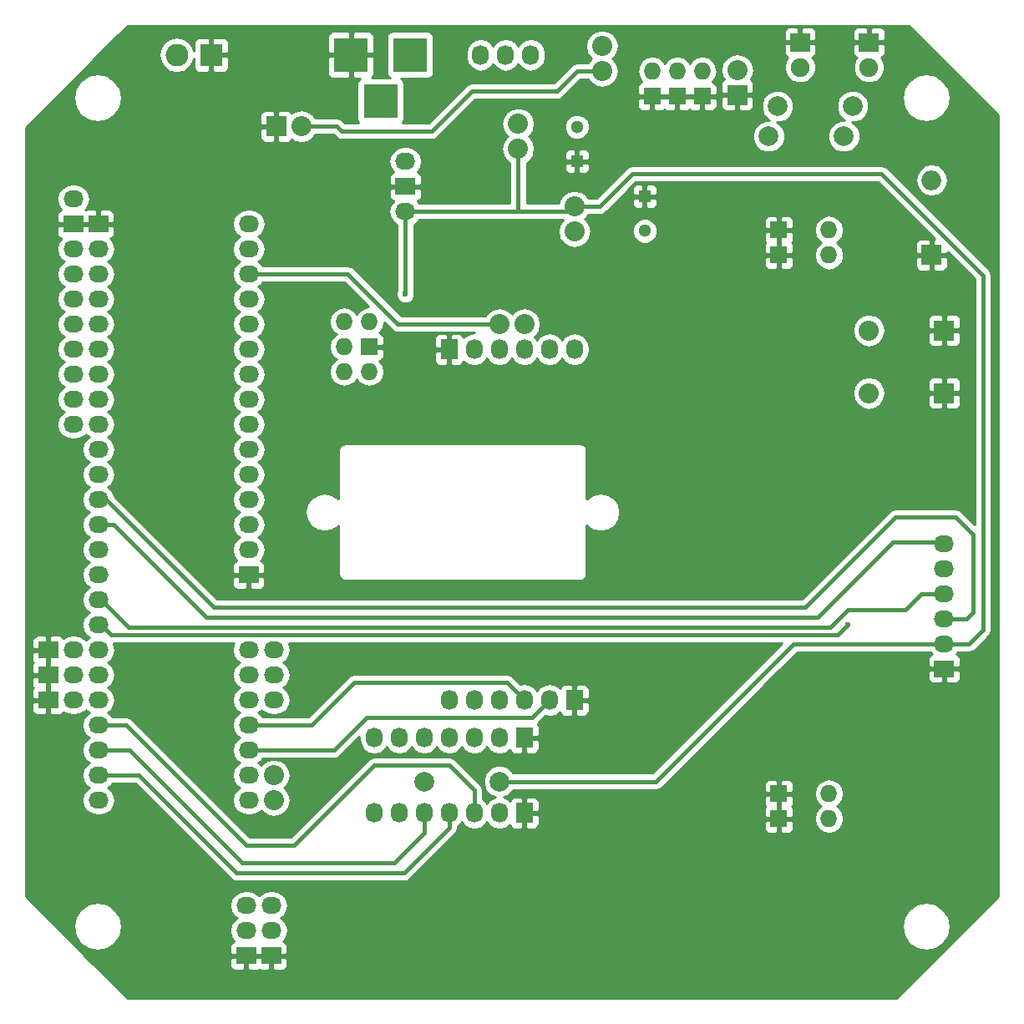
<source format=gbr>
G04 #@! TF.FileFunction,Copper,L1,Top,Signal*
%FSLAX46Y46*%
G04 Gerber Fmt 4.6, Leading zero omitted, Abs format (unit mm)*
G04 Created by KiCad (PCBNEW 4.0.7) date 01/01/18 19:06:04*
%MOMM*%
%LPD*%
G01*
G04 APERTURE LIST*
%ADD10C,0.100000*%
%ADD11R,2.300000X2.300000*%
%ADD12O,2.300000X2.300000*%
%ADD13O,1.727200X1.727200*%
%ADD14R,1.727200X1.727200*%
%ADD15O,2.032000X1.727200*%
%ADD16R,2.032000X1.727200*%
%ADD17O,2.032000X2.032000*%
%ADD18R,2.032000X2.032000*%
%ADD19O,1.727200X2.032000*%
%ADD20R,1.727200X2.032000*%
%ADD21O,2.000000X2.000000*%
%ADD22R,2.000000X2.000000*%
%ADD23R,2.000000X1.900000*%
%ADD24C,1.900000*%
%ADD25C,1.300000*%
%ADD26R,1.300000X1.300000*%
%ADD27R,3.500120X3.500120*%
%ADD28C,1.998980*%
%ADD29C,0.600000*%
%ADD30C,0.450000*%
%ADD31C,0.254000*%
G04 APERTURE END LIST*
D10*
D11*
X69520000Y-53645000D03*
D12*
X66020000Y-53645000D03*
D13*
X132140000Y-128550000D03*
X132140000Y-131090000D03*
D14*
X127060000Y-128550000D03*
X127060000Y-131090000D03*
D13*
X132140000Y-71410000D03*
X132140000Y-73950000D03*
D14*
X127060000Y-71410000D03*
X127060000Y-73950000D03*
D15*
X55550000Y-91110000D03*
X55550000Y-88570000D03*
X55550000Y-86030000D03*
X55550000Y-83490000D03*
X55550000Y-80950000D03*
X55550000Y-78410000D03*
X55550000Y-75870000D03*
X55550000Y-73330000D03*
D16*
X55550000Y-70790000D03*
D15*
X55550000Y-68250000D03*
D17*
X78664000Y-60884000D03*
D18*
X76124000Y-60884000D03*
D15*
X75616000Y-139878000D03*
X75616000Y-142418000D03*
D16*
X75616000Y-144958000D03*
D15*
X73076000Y-139878000D03*
X73076000Y-142418000D03*
D16*
X73076000Y-144958000D03*
D19*
X93650000Y-119050000D03*
X96190000Y-119050000D03*
X98730000Y-119050000D03*
X101270000Y-119050000D03*
X103810000Y-119050000D03*
D20*
X106350000Y-119050000D03*
D19*
X106350000Y-83490000D03*
X103810000Y-83490000D03*
X101270000Y-83490000D03*
X98730000Y-83490000D03*
X96190000Y-83490000D03*
D20*
X93650000Y-83490000D03*
D17*
X75870000Y-126670000D03*
X75870000Y-129210000D03*
D15*
X75870000Y-113970000D03*
X75870000Y-116510000D03*
X75870000Y-119050000D03*
D14*
X114224000Y-57836000D03*
D13*
X114224000Y-55296000D03*
D14*
X116764000Y-57836000D03*
D13*
X116764000Y-55296000D03*
D14*
X119304000Y-57836000D03*
D13*
X119304000Y-55296000D03*
D18*
X122860000Y-57709000D03*
D17*
X122860000Y-55169000D03*
X106350000Y-69012000D03*
X106350000Y-71552000D03*
X100635000Y-63170000D03*
X100635000Y-60630000D03*
D18*
X143815000Y-87935000D03*
D17*
X136195000Y-87935000D03*
D18*
X143815000Y-81585000D03*
D17*
X136195000Y-81585000D03*
D19*
X86030000Y-130480000D03*
X88570000Y-130480000D03*
X91110000Y-130480000D03*
X93650000Y-130480000D03*
X96190000Y-130480000D03*
X98730000Y-130480000D03*
D20*
X101270000Y-130480000D03*
X101270000Y-122860000D03*
D19*
X98730000Y-122860000D03*
X96190000Y-122860000D03*
X93650000Y-122860000D03*
X91110000Y-122860000D03*
X88570000Y-122860000D03*
X86030000Y-122860000D03*
D17*
X98730000Y-80950000D03*
X101270000Y-80950000D03*
D13*
X82982000Y-80696000D03*
X85522000Y-80696000D03*
X82982000Y-83236000D03*
D14*
X85522000Y-83236000D03*
D13*
X82982000Y-85776000D03*
X85522000Y-85776000D03*
D19*
X101905000Y-53645000D03*
X99365000Y-53645000D03*
X96825000Y-53645000D03*
D17*
X109144000Y-52756000D03*
X109144000Y-55296000D03*
D15*
X143815000Y-103175000D03*
X143815000Y-105715000D03*
X143815000Y-108255000D03*
X143815000Y-110795000D03*
X143815000Y-113335000D03*
D16*
X143815000Y-115875000D03*
X53010000Y-119050000D03*
X53010000Y-116510000D03*
X53010000Y-113970000D03*
D15*
X55550000Y-119050000D03*
X55550000Y-116510000D03*
X55550000Y-113970000D03*
X58090000Y-129210000D03*
X58090000Y-126670000D03*
X58090000Y-124130000D03*
X58090000Y-121590000D03*
X58090000Y-119050000D03*
X58090000Y-116510000D03*
X58090000Y-113970000D03*
X58090000Y-111430000D03*
X58090000Y-108890000D03*
X58090000Y-106350000D03*
X58090000Y-103810000D03*
X58090000Y-101270000D03*
X58090000Y-98730000D03*
X58090000Y-96190000D03*
X58090000Y-93650000D03*
X58090000Y-91110000D03*
X58090000Y-88570000D03*
X58090000Y-86030000D03*
X58090000Y-83490000D03*
X58090000Y-80950000D03*
X58090000Y-78410000D03*
X58090000Y-75870000D03*
X58090000Y-73330000D03*
D16*
X58090000Y-70790000D03*
D15*
X73330000Y-129210000D03*
X73330000Y-126670000D03*
X73330000Y-124130000D03*
X73330000Y-121590000D03*
X73330000Y-119050000D03*
X73330000Y-116510000D03*
X73330000Y-113970000D03*
D16*
X73330000Y-106350000D03*
D15*
X73330000Y-103810000D03*
X73330000Y-101270000D03*
X73330000Y-98730000D03*
X73330000Y-96190000D03*
X73330000Y-93650000D03*
X73330000Y-91110000D03*
X73330000Y-88570000D03*
X73330000Y-86030000D03*
X73330000Y-83490000D03*
X73330000Y-80950000D03*
X73330000Y-78410000D03*
X73330000Y-75870000D03*
X73330000Y-73330000D03*
X73330000Y-70790000D03*
X89205000Y-69520000D03*
D16*
X89205000Y-66980000D03*
D15*
X89205000Y-64440000D03*
D21*
X142545000Y-66345000D03*
D22*
X142545000Y-73945000D03*
D23*
X136195000Y-52375000D03*
D24*
X136195000Y-54915000D03*
D25*
X113462000Y-71496000D03*
D26*
X113462000Y-67996000D03*
D25*
X106604000Y-60940000D03*
D26*
X106604000Y-64440000D03*
D27*
X89690140Y-53645000D03*
X83690660Y-53645000D03*
X86690400Y-58344000D03*
D23*
X129210000Y-52375000D03*
D24*
X129210000Y-54915000D03*
D28*
X98730000Y-127305000D03*
X91110000Y-127305000D03*
X126924000Y-58852000D03*
X134544000Y-58852000D03*
X126035000Y-61900000D03*
X133655000Y-61900000D03*
D29*
X89205000Y-77902000D03*
X134036000Y-111430000D03*
D30*
X89205000Y-77902000D02*
X89205000Y-69520000D01*
X100635000Y-63170000D02*
X100635000Y-69520000D01*
X100635000Y-69520000D02*
X100762000Y-69520000D01*
X147752000Y-78410000D02*
X147752000Y-75997000D01*
X137465000Y-65710000D02*
X135560000Y-65710000D01*
X147752000Y-75997000D02*
X137465000Y-65710000D01*
X106350000Y-69012000D02*
X108890000Y-69012000D01*
X108890000Y-69012000D02*
X112192000Y-65710000D01*
X112192000Y-65710000D02*
X135560000Y-65710000D01*
X102286000Y-69520000D02*
X105842000Y-69520000D01*
X105842000Y-69520000D02*
X106350000Y-69012000D01*
X98730000Y-127305000D02*
X114605000Y-127305000D01*
X128575000Y-113335000D02*
X138608000Y-113335000D01*
X138608000Y-113335000D02*
X143815000Y-113335000D01*
X114605000Y-127305000D02*
X128575000Y-113335000D01*
X89205000Y-69520000D02*
X100762000Y-69520000D01*
X100762000Y-69520000D02*
X102032000Y-69520000D01*
X102032000Y-69520000D02*
X102286000Y-69520000D01*
X146355000Y-113335000D02*
X143815000Y-113335000D01*
X147752000Y-111938000D02*
X146355000Y-113335000D01*
X147752000Y-78410000D02*
X147752000Y-111938000D01*
X91110000Y-130480000D02*
X91110000Y-132512000D01*
X91110000Y-132512000D02*
X88062000Y-135560000D01*
X71425000Y-134290000D02*
X72695000Y-135560000D01*
X72695000Y-135560000D02*
X88062000Y-135560000D01*
X61265000Y-124130000D02*
X71425000Y-134290000D01*
X58090000Y-124130000D02*
X61265000Y-124130000D01*
X58090000Y-126670000D02*
X62154000Y-126670000D01*
X93650000Y-132004000D02*
X93650000Y-130480000D01*
X89078000Y-136576000D02*
X93650000Y-132004000D01*
X72060000Y-136576000D02*
X89078000Y-136576000D01*
X62154000Y-126670000D02*
X72060000Y-136576000D01*
X58090000Y-121590000D02*
X60884000Y-121590000D01*
X96190000Y-128194000D02*
X96190000Y-130480000D01*
X93650000Y-125654000D02*
X96190000Y-128194000D01*
X86030000Y-125654000D02*
X93650000Y-125654000D01*
X77902000Y-133782000D02*
X86030000Y-125654000D01*
X73076000Y-133782000D02*
X77902000Y-133782000D01*
X60884000Y-121590000D02*
X73076000Y-133782000D01*
X73330000Y-124130000D02*
X81966000Y-124130000D01*
X102032000Y-120828000D02*
X103810000Y-119050000D01*
X85268000Y-120828000D02*
X102032000Y-120828000D01*
X81966000Y-124130000D02*
X85268000Y-120828000D01*
X73330000Y-121590000D02*
X79680000Y-121590000D01*
X99492000Y-117272000D02*
X101270000Y-119050000D01*
X83998000Y-117272000D02*
X99492000Y-117272000D01*
X79680000Y-121590000D02*
X83998000Y-117272000D01*
X93777000Y-80950000D02*
X88443000Y-80950000D01*
X88443000Y-80950000D02*
X83363000Y-75870000D01*
X73330000Y-75870000D02*
X83363000Y-75870000D01*
X93777000Y-80950000D02*
X98730000Y-80950000D01*
X133020000Y-108636000D02*
X138608000Y-103048000D01*
X138608000Y-103048000D02*
X143688000Y-103048000D01*
X143688000Y-103048000D02*
X143815000Y-103175000D01*
X58090000Y-101270000D02*
X59614000Y-101270000D01*
X130988000Y-110668000D02*
X133020000Y-108636000D01*
X69012000Y-110668000D02*
X130988000Y-110668000D01*
X59614000Y-101270000D02*
X69012000Y-110668000D01*
X58090000Y-111430000D02*
X58344000Y-111430000D01*
X58344000Y-111430000D02*
X59360000Y-112446000D01*
X133020000Y-112446000D02*
X134036000Y-111430000D01*
X59360000Y-112446000D02*
X133020000Y-112446000D01*
X58090000Y-108890000D02*
X58344000Y-108890000D01*
X58344000Y-108890000D02*
X61138000Y-111684000D01*
X132258000Y-111684000D02*
X134036000Y-109906000D01*
X61138000Y-111684000D02*
X132258000Y-111684000D01*
X139878000Y-109906000D02*
X141529000Y-108255000D01*
X134036000Y-109906000D02*
X139878000Y-109906000D01*
X141529000Y-108255000D02*
X143815000Y-108255000D01*
X58090000Y-98730000D02*
X58852000Y-98730000D01*
X58852000Y-98730000D02*
X69774000Y-109652000D01*
X129718000Y-109652000D02*
X132766000Y-106604000D01*
X69774000Y-109652000D02*
X129718000Y-109652000D01*
X146101000Y-110795000D02*
X143815000Y-110795000D01*
X146736000Y-110160000D02*
X146101000Y-110795000D01*
X146736000Y-102286000D02*
X146736000Y-110160000D01*
X144958000Y-100508000D02*
X146736000Y-102286000D01*
X138862000Y-100508000D02*
X144958000Y-100508000D01*
X132766000Y-106604000D02*
X138862000Y-100508000D01*
X78664000Y-60884000D02*
X82220000Y-60884000D01*
X106604000Y-55296000D02*
X109144000Y-55296000D01*
X104572000Y-57328000D02*
X106604000Y-55296000D01*
X95936000Y-57328000D02*
X104572000Y-57328000D01*
X91872000Y-61392000D02*
X95936000Y-57328000D01*
X82728000Y-61392000D02*
X91872000Y-61392000D01*
X82220000Y-60884000D02*
X82728000Y-61392000D01*
D31*
G36*
X149290000Y-59794092D02*
X149290000Y-138955908D01*
X138955908Y-149290000D01*
X61044092Y-149290000D01*
X56997842Y-145243750D01*
X71425000Y-145243750D01*
X71425000Y-145947910D01*
X71521673Y-146181299D01*
X71700302Y-146359927D01*
X71933691Y-146456600D01*
X72790250Y-146456600D01*
X72949000Y-146297850D01*
X72949000Y-145085000D01*
X73203000Y-145085000D01*
X73203000Y-146297850D01*
X73361750Y-146456600D01*
X74218309Y-146456600D01*
X74346000Y-146403709D01*
X74473691Y-146456600D01*
X75330250Y-146456600D01*
X75489000Y-146297850D01*
X75489000Y-145085000D01*
X75743000Y-145085000D01*
X75743000Y-146297850D01*
X75901750Y-146456600D01*
X76758309Y-146456600D01*
X76991698Y-146359927D01*
X77170327Y-146181299D01*
X77267000Y-145947910D01*
X77267000Y-145243750D01*
X77108250Y-145085000D01*
X75743000Y-145085000D01*
X75489000Y-145085000D01*
X73203000Y-145085000D01*
X72949000Y-145085000D01*
X71583750Y-145085000D01*
X71425000Y-145243750D01*
X56997842Y-145243750D01*
X53754092Y-142000000D01*
X55540000Y-142000000D01*
X55727256Y-142941401D01*
X56260517Y-143739483D01*
X57058599Y-144272744D01*
X58000000Y-144460000D01*
X58941401Y-144272744D01*
X59739483Y-143739483D01*
X60272744Y-142941401D01*
X60460000Y-142000000D01*
X60272744Y-141058599D01*
X59739483Y-140260517D01*
X59167006Y-139878000D01*
X71392655Y-139878000D01*
X71506729Y-140451489D01*
X71831585Y-140937670D01*
X72146366Y-141148000D01*
X71831585Y-141358330D01*
X71506729Y-141844511D01*
X71392655Y-142418000D01*
X71506729Y-142991489D01*
X71831585Y-143477670D01*
X71853780Y-143492500D01*
X71700302Y-143556073D01*
X71521673Y-143734701D01*
X71425000Y-143968090D01*
X71425000Y-144672250D01*
X71583750Y-144831000D01*
X72949000Y-144831000D01*
X72949000Y-144811000D01*
X73203000Y-144811000D01*
X73203000Y-144831000D01*
X75489000Y-144831000D01*
X75489000Y-144811000D01*
X75743000Y-144811000D01*
X75743000Y-144831000D01*
X77108250Y-144831000D01*
X77267000Y-144672250D01*
X77267000Y-143968090D01*
X77170327Y-143734701D01*
X76991698Y-143556073D01*
X76838220Y-143492500D01*
X76860415Y-143477670D01*
X77185271Y-142991489D01*
X77299345Y-142418000D01*
X77216200Y-142000000D01*
X139540000Y-142000000D01*
X139727256Y-142941401D01*
X140260517Y-143739483D01*
X141058599Y-144272744D01*
X142000000Y-144460000D01*
X142941401Y-144272744D01*
X143739483Y-143739483D01*
X144272744Y-142941401D01*
X144460000Y-142000000D01*
X144272744Y-141058599D01*
X143739483Y-140260517D01*
X142941401Y-139727256D01*
X142000000Y-139540000D01*
X141058599Y-139727256D01*
X140260517Y-140260517D01*
X139727256Y-141058599D01*
X139540000Y-142000000D01*
X77216200Y-142000000D01*
X77185271Y-141844511D01*
X76860415Y-141358330D01*
X76545634Y-141148000D01*
X76860415Y-140937670D01*
X77185271Y-140451489D01*
X77299345Y-139878000D01*
X77185271Y-139304511D01*
X76860415Y-138818330D01*
X76374234Y-138493474D01*
X75800745Y-138379400D01*
X75431255Y-138379400D01*
X74857766Y-138493474D01*
X74371585Y-138818330D01*
X74346000Y-138856621D01*
X74320415Y-138818330D01*
X73834234Y-138493474D01*
X73260745Y-138379400D01*
X72891255Y-138379400D01*
X72317766Y-138493474D01*
X71831585Y-138818330D01*
X71506729Y-139304511D01*
X71392655Y-139878000D01*
X59167006Y-139878000D01*
X58941401Y-139727256D01*
X58000000Y-139540000D01*
X57058599Y-139727256D01*
X56260517Y-140260517D01*
X55727256Y-141058599D01*
X55540000Y-142000000D01*
X53754092Y-142000000D01*
X50710000Y-138955908D01*
X50710000Y-119335750D01*
X51359000Y-119335750D01*
X51359000Y-120039910D01*
X51455673Y-120273299D01*
X51634302Y-120451927D01*
X51867691Y-120548600D01*
X52724250Y-120548600D01*
X52883000Y-120389850D01*
X52883000Y-119177000D01*
X51517750Y-119177000D01*
X51359000Y-119335750D01*
X50710000Y-119335750D01*
X50710000Y-116795750D01*
X51359000Y-116795750D01*
X51359000Y-117499910D01*
X51455673Y-117733299D01*
X51502374Y-117780000D01*
X51455673Y-117826701D01*
X51359000Y-118060090D01*
X51359000Y-118764250D01*
X51517750Y-118923000D01*
X52883000Y-118923000D01*
X52883000Y-116637000D01*
X51517750Y-116637000D01*
X51359000Y-116795750D01*
X50710000Y-116795750D01*
X50710000Y-114255750D01*
X51359000Y-114255750D01*
X51359000Y-114959910D01*
X51455673Y-115193299D01*
X51502374Y-115240000D01*
X51455673Y-115286701D01*
X51359000Y-115520090D01*
X51359000Y-116224250D01*
X51517750Y-116383000D01*
X52883000Y-116383000D01*
X52883000Y-114097000D01*
X51517750Y-114097000D01*
X51359000Y-114255750D01*
X50710000Y-114255750D01*
X50710000Y-112980090D01*
X51359000Y-112980090D01*
X51359000Y-113684250D01*
X51517750Y-113843000D01*
X52883000Y-113843000D01*
X52883000Y-112630150D01*
X53137000Y-112630150D01*
X53137000Y-113843000D01*
X53157000Y-113843000D01*
X53157000Y-114097000D01*
X53137000Y-114097000D01*
X53137000Y-116383000D01*
X53157000Y-116383000D01*
X53157000Y-116637000D01*
X53137000Y-116637000D01*
X53137000Y-118923000D01*
X53157000Y-118923000D01*
X53157000Y-119177000D01*
X53137000Y-119177000D01*
X53137000Y-120389850D01*
X53295750Y-120548600D01*
X54152309Y-120548600D01*
X54385698Y-120451927D01*
X54558778Y-120278848D01*
X54791766Y-120434526D01*
X55365255Y-120548600D01*
X55734745Y-120548600D01*
X56308234Y-120434526D01*
X56794415Y-120109670D01*
X56820000Y-120071379D01*
X56845585Y-120109670D01*
X57160366Y-120320000D01*
X56845585Y-120530330D01*
X56520729Y-121016511D01*
X56406655Y-121590000D01*
X56520729Y-122163489D01*
X56845585Y-122649670D01*
X57160366Y-122860000D01*
X56845585Y-123070330D01*
X56520729Y-123556511D01*
X56406655Y-124130000D01*
X56520729Y-124703489D01*
X56845585Y-125189670D01*
X57160366Y-125400000D01*
X56845585Y-125610330D01*
X56520729Y-126096511D01*
X56406655Y-126670000D01*
X56520729Y-127243489D01*
X56845585Y-127729670D01*
X57160366Y-127940000D01*
X56845585Y-128150330D01*
X56520729Y-128636511D01*
X56406655Y-129210000D01*
X56520729Y-129783489D01*
X56845585Y-130269670D01*
X57331766Y-130594526D01*
X57905255Y-130708600D01*
X58274745Y-130708600D01*
X58848234Y-130594526D01*
X59334415Y-130269670D01*
X59659271Y-129783489D01*
X59773345Y-129210000D01*
X59659271Y-128636511D01*
X59334415Y-128150330D01*
X59019634Y-127940000D01*
X59334415Y-127729670D01*
X59467830Y-127530000D01*
X61797776Y-127530000D01*
X71451888Y-137184112D01*
X71730893Y-137370537D01*
X72060000Y-137436001D01*
X72060005Y-137436000D01*
X89078000Y-137436000D01*
X89407108Y-137370536D01*
X89686112Y-137184112D01*
X94258112Y-132612112D01*
X94444536Y-132333108D01*
X94510000Y-132004000D01*
X94510000Y-131857830D01*
X94709670Y-131724415D01*
X94920000Y-131409634D01*
X95130330Y-131724415D01*
X95616511Y-132049271D01*
X96190000Y-132163345D01*
X96763489Y-132049271D01*
X97249670Y-131724415D01*
X97460000Y-131409634D01*
X97670330Y-131724415D01*
X98156511Y-132049271D01*
X98730000Y-132163345D01*
X99303489Y-132049271D01*
X99789670Y-131724415D01*
X99804500Y-131702220D01*
X99868073Y-131855698D01*
X100046701Y-132034327D01*
X100280090Y-132131000D01*
X100984250Y-132131000D01*
X101143000Y-131972250D01*
X101143000Y-130607000D01*
X101397000Y-130607000D01*
X101397000Y-131972250D01*
X101555750Y-132131000D01*
X102259910Y-132131000D01*
X102493299Y-132034327D01*
X102671927Y-131855698D01*
X102768600Y-131622309D01*
X102768600Y-131375750D01*
X125561400Y-131375750D01*
X125561400Y-132079909D01*
X125658073Y-132313298D01*
X125836701Y-132491927D01*
X126070090Y-132588600D01*
X126774250Y-132588600D01*
X126933000Y-132429850D01*
X126933000Y-131217000D01*
X127187000Y-131217000D01*
X127187000Y-132429850D01*
X127345750Y-132588600D01*
X128049910Y-132588600D01*
X128283299Y-132491927D01*
X128461927Y-132313298D01*
X128558600Y-132079909D01*
X128558600Y-131375750D01*
X128399850Y-131217000D01*
X127187000Y-131217000D01*
X126933000Y-131217000D01*
X125720150Y-131217000D01*
X125561400Y-131375750D01*
X102768600Y-131375750D01*
X102768600Y-130765750D01*
X102609850Y-130607000D01*
X101397000Y-130607000D01*
X101143000Y-130607000D01*
X101123000Y-130607000D01*
X101123000Y-130353000D01*
X101143000Y-130353000D01*
X101143000Y-128987750D01*
X101397000Y-128987750D01*
X101397000Y-130353000D01*
X102609850Y-130353000D01*
X102768600Y-130194250D01*
X102768600Y-129337691D01*
X102671927Y-129104302D01*
X102493299Y-128925673D01*
X102276206Y-128835750D01*
X125561400Y-128835750D01*
X125561400Y-129539909D01*
X125658073Y-129773298D01*
X125704775Y-129820000D01*
X125658073Y-129866702D01*
X125561400Y-130100091D01*
X125561400Y-130804250D01*
X125720150Y-130963000D01*
X126933000Y-130963000D01*
X126933000Y-128677000D01*
X127187000Y-128677000D01*
X127187000Y-130963000D01*
X128399850Y-130963000D01*
X128558600Y-130804250D01*
X128558600Y-130100091D01*
X128461927Y-129866702D01*
X128415225Y-129820000D01*
X128461927Y-129773298D01*
X128558600Y-129539909D01*
X128558600Y-128835750D01*
X128399850Y-128677000D01*
X127187000Y-128677000D01*
X126933000Y-128677000D01*
X125720150Y-128677000D01*
X125561400Y-128835750D01*
X102276206Y-128835750D01*
X102259910Y-128829000D01*
X101555750Y-128829000D01*
X101397000Y-128987750D01*
X101143000Y-128987750D01*
X100984250Y-128829000D01*
X100280090Y-128829000D01*
X100046701Y-128925673D01*
X99868073Y-129104302D01*
X99804500Y-129257780D01*
X99789670Y-129235585D01*
X99303489Y-128910729D01*
X99182320Y-128886627D01*
X99654655Y-128691462D01*
X99825774Y-128520641D01*
X130641400Y-128520641D01*
X130641400Y-128579359D01*
X130755474Y-129152848D01*
X131080330Y-129639029D01*
X131351172Y-129820000D01*
X131080330Y-130000971D01*
X130755474Y-130487152D01*
X130641400Y-131060641D01*
X130641400Y-131119359D01*
X130755474Y-131692848D01*
X131080330Y-132179029D01*
X131566511Y-132503885D01*
X132140000Y-132617959D01*
X132713489Y-132503885D01*
X133199670Y-132179029D01*
X133524526Y-131692848D01*
X133638600Y-131119359D01*
X133638600Y-131060641D01*
X133524526Y-130487152D01*
X133199670Y-130000971D01*
X132928828Y-129820000D01*
X133199670Y-129639029D01*
X133524526Y-129152848D01*
X133638600Y-128579359D01*
X133638600Y-128520641D01*
X133524526Y-127947152D01*
X133199670Y-127460971D01*
X132713489Y-127136115D01*
X132140000Y-127022041D01*
X131566511Y-127136115D01*
X131080330Y-127460971D01*
X130755474Y-127947152D01*
X130641400Y-128520641D01*
X99825774Y-128520641D01*
X100114846Y-128232073D01*
X100142697Y-128165000D01*
X114605000Y-128165000D01*
X114934108Y-128099536D01*
X115213112Y-127913112D01*
X115566133Y-127560091D01*
X125561400Y-127560091D01*
X125561400Y-128264250D01*
X125720150Y-128423000D01*
X126933000Y-128423000D01*
X126933000Y-127210150D01*
X127187000Y-127210150D01*
X127187000Y-128423000D01*
X128399850Y-128423000D01*
X128558600Y-128264250D01*
X128558600Y-127560091D01*
X128461927Y-127326702D01*
X128283299Y-127148073D01*
X128049910Y-127051400D01*
X127345750Y-127051400D01*
X127187000Y-127210150D01*
X126933000Y-127210150D01*
X126774250Y-127051400D01*
X126070090Y-127051400D01*
X125836701Y-127148073D01*
X125658073Y-127326702D01*
X125561400Y-127560091D01*
X115566133Y-127560091D01*
X126965474Y-116160750D01*
X142164000Y-116160750D01*
X142164000Y-116864910D01*
X142260673Y-117098299D01*
X142439302Y-117276927D01*
X142672691Y-117373600D01*
X143529250Y-117373600D01*
X143688000Y-117214850D01*
X143688000Y-116002000D01*
X143942000Y-116002000D01*
X143942000Y-117214850D01*
X144100750Y-117373600D01*
X144957309Y-117373600D01*
X145190698Y-117276927D01*
X145369327Y-117098299D01*
X145466000Y-116864910D01*
X145466000Y-116160750D01*
X145307250Y-116002000D01*
X143942000Y-116002000D01*
X143688000Y-116002000D01*
X142322750Y-116002000D01*
X142164000Y-116160750D01*
X126965474Y-116160750D01*
X128931224Y-114195000D01*
X142437170Y-114195000D01*
X142570585Y-114394670D01*
X142592780Y-114409500D01*
X142439302Y-114473073D01*
X142260673Y-114651701D01*
X142164000Y-114885090D01*
X142164000Y-115589250D01*
X142322750Y-115748000D01*
X143688000Y-115748000D01*
X143688000Y-115728000D01*
X143942000Y-115728000D01*
X143942000Y-115748000D01*
X145307250Y-115748000D01*
X145466000Y-115589250D01*
X145466000Y-114885090D01*
X145369327Y-114651701D01*
X145190698Y-114473073D01*
X145037220Y-114409500D01*
X145059415Y-114394670D01*
X145192830Y-114195000D01*
X146355000Y-114195000D01*
X146684108Y-114129536D01*
X146963112Y-113943112D01*
X148360112Y-112546112D01*
X148546536Y-112267108D01*
X148612000Y-111938000D01*
X148612000Y-75997000D01*
X148546536Y-75667892D01*
X148360112Y-75388888D01*
X139284192Y-66312968D01*
X140910000Y-66312968D01*
X140910000Y-66377032D01*
X141034457Y-67002719D01*
X141388880Y-67533152D01*
X141919313Y-67887575D01*
X142545000Y-68012032D01*
X143170687Y-67887575D01*
X143701120Y-67533152D01*
X144055543Y-67002719D01*
X144180000Y-66377032D01*
X144180000Y-66312968D01*
X144055543Y-65687281D01*
X143701120Y-65156848D01*
X143170687Y-64802425D01*
X142545000Y-64677968D01*
X141919313Y-64802425D01*
X141388880Y-65156848D01*
X141034457Y-65687281D01*
X140910000Y-66312968D01*
X139284192Y-66312968D01*
X138073112Y-65101888D01*
X137940813Y-65013489D01*
X137794108Y-64915464D01*
X137465000Y-64850000D01*
X112192000Y-64850000D01*
X111862892Y-64915464D01*
X111716187Y-65013489D01*
X111583888Y-65101888D01*
X108533776Y-68152000D01*
X107755198Y-68152000D01*
X107549778Y-67844567D01*
X107014155Y-67486675D01*
X106382345Y-67361000D01*
X106317655Y-67361000D01*
X105685845Y-67486675D01*
X105150222Y-67844567D01*
X104792330Y-68380190D01*
X104736672Y-68660000D01*
X101495000Y-68660000D01*
X101495000Y-64725750D01*
X105319000Y-64725750D01*
X105319000Y-65216309D01*
X105415673Y-65449698D01*
X105594301Y-65628327D01*
X105827690Y-65725000D01*
X106318250Y-65725000D01*
X106477000Y-65566250D01*
X106477000Y-64567000D01*
X106731000Y-64567000D01*
X106731000Y-65566250D01*
X106889750Y-65725000D01*
X107380310Y-65725000D01*
X107613699Y-65628327D01*
X107792327Y-65449698D01*
X107889000Y-65216309D01*
X107889000Y-64725750D01*
X107730250Y-64567000D01*
X106731000Y-64567000D01*
X106477000Y-64567000D01*
X105477750Y-64567000D01*
X105319000Y-64725750D01*
X101495000Y-64725750D01*
X101495000Y-64564465D01*
X101834778Y-64337433D01*
X102192670Y-63801810D01*
X102220143Y-63663691D01*
X105319000Y-63663691D01*
X105319000Y-64154250D01*
X105477750Y-64313000D01*
X106477000Y-64313000D01*
X106477000Y-63313750D01*
X106731000Y-63313750D01*
X106731000Y-64313000D01*
X107730250Y-64313000D01*
X107889000Y-64154250D01*
X107889000Y-63663691D01*
X107792327Y-63430302D01*
X107613699Y-63251673D01*
X107380310Y-63155000D01*
X106889750Y-63155000D01*
X106731000Y-63313750D01*
X106477000Y-63313750D01*
X106318250Y-63155000D01*
X105827690Y-63155000D01*
X105594301Y-63251673D01*
X105415673Y-63430302D01*
X105319000Y-63663691D01*
X102220143Y-63663691D01*
X102318345Y-63170000D01*
X102192670Y-62538190D01*
X101834778Y-62002567D01*
X101681276Y-61900000D01*
X101834778Y-61797433D01*
X102192670Y-61261810D01*
X102206062Y-61194481D01*
X105318777Y-61194481D01*
X105513995Y-61666943D01*
X105875155Y-62028735D01*
X106347276Y-62224777D01*
X106858481Y-62225223D01*
X106862181Y-62223694D01*
X124400226Y-62223694D01*
X124648538Y-62824655D01*
X125107927Y-63284846D01*
X125708453Y-63534206D01*
X126358694Y-63534774D01*
X126959655Y-63286462D01*
X127419846Y-62827073D01*
X127669206Y-62226547D01*
X127669208Y-62223694D01*
X132020226Y-62223694D01*
X132268538Y-62824655D01*
X132727927Y-63284846D01*
X133328453Y-63534206D01*
X133978694Y-63534774D01*
X134579655Y-63286462D01*
X135039846Y-62827073D01*
X135289206Y-62226547D01*
X135289774Y-61576306D01*
X135041462Y-60975345D01*
X134582073Y-60515154D01*
X134512980Y-60486464D01*
X134867694Y-60486774D01*
X135468655Y-60238462D01*
X135928846Y-59779073D01*
X136178206Y-59178547D01*
X136178774Y-58528306D01*
X135960483Y-58000000D01*
X139540000Y-58000000D01*
X139727256Y-58941401D01*
X140260517Y-59739483D01*
X141058599Y-60272744D01*
X142000000Y-60460000D01*
X142941401Y-60272744D01*
X143739483Y-59739483D01*
X144272744Y-58941401D01*
X144460000Y-58000000D01*
X144272744Y-57058599D01*
X143739483Y-56260517D01*
X142941401Y-55727256D01*
X142000000Y-55540000D01*
X141058599Y-55727256D01*
X140260517Y-56260517D01*
X139727256Y-57058599D01*
X139540000Y-58000000D01*
X135960483Y-58000000D01*
X135930462Y-57927345D01*
X135471073Y-57467154D01*
X134870547Y-57217794D01*
X134220306Y-57217226D01*
X133619345Y-57465538D01*
X133159154Y-57924927D01*
X132909794Y-58525453D01*
X132909226Y-59175694D01*
X133157538Y-59776655D01*
X133616927Y-60236846D01*
X133686020Y-60265536D01*
X133331306Y-60265226D01*
X132730345Y-60513538D01*
X132270154Y-60972927D01*
X132020794Y-61573453D01*
X132020226Y-62223694D01*
X127669208Y-62223694D01*
X127669774Y-61576306D01*
X127421462Y-60975345D01*
X126962073Y-60515154D01*
X126892980Y-60486464D01*
X127247694Y-60486774D01*
X127848655Y-60238462D01*
X128308846Y-59779073D01*
X128558206Y-59178547D01*
X128558774Y-58528306D01*
X128310462Y-57927345D01*
X127851073Y-57467154D01*
X127250547Y-57217794D01*
X126600306Y-57217226D01*
X125999345Y-57465538D01*
X125539154Y-57924927D01*
X125289794Y-58525453D01*
X125289226Y-59175694D01*
X125537538Y-59776655D01*
X125996927Y-60236846D01*
X126066020Y-60265536D01*
X125711306Y-60265226D01*
X125110345Y-60513538D01*
X124650154Y-60972927D01*
X124400794Y-61573453D01*
X124400226Y-62223694D01*
X106862181Y-62223694D01*
X107330943Y-62030005D01*
X107692735Y-61668845D01*
X107888777Y-61196724D01*
X107889223Y-60685519D01*
X107694005Y-60213057D01*
X107332845Y-59851265D01*
X106860724Y-59655223D01*
X106349519Y-59654777D01*
X105877057Y-59849995D01*
X105515265Y-60211155D01*
X105319223Y-60683276D01*
X105318777Y-61194481D01*
X102206062Y-61194481D01*
X102318345Y-60630000D01*
X102192670Y-59998190D01*
X101834778Y-59462567D01*
X101299155Y-59104675D01*
X100667345Y-58979000D01*
X100602655Y-58979000D01*
X99970845Y-59104675D01*
X99435222Y-59462567D01*
X99077330Y-59998190D01*
X98951655Y-60630000D01*
X99077330Y-61261810D01*
X99435222Y-61797433D01*
X99588724Y-61900000D01*
X99435222Y-62002567D01*
X99077330Y-62538190D01*
X98951655Y-63170000D01*
X99077330Y-63801810D01*
X99435222Y-64337433D01*
X99775000Y-64564465D01*
X99775000Y-68660000D01*
X90582830Y-68660000D01*
X90449415Y-68460330D01*
X90427220Y-68445500D01*
X90580698Y-68381927D01*
X90759327Y-68203299D01*
X90856000Y-67969910D01*
X90856000Y-67265750D01*
X90697250Y-67107000D01*
X89332000Y-67107000D01*
X89332000Y-67127000D01*
X89078000Y-67127000D01*
X89078000Y-67107000D01*
X87712750Y-67107000D01*
X87554000Y-67265750D01*
X87554000Y-67969910D01*
X87650673Y-68203299D01*
X87829302Y-68381927D01*
X87982780Y-68445500D01*
X87960585Y-68460330D01*
X87635729Y-68946511D01*
X87521655Y-69520000D01*
X87635729Y-70093489D01*
X87960585Y-70579670D01*
X88345000Y-70836528D01*
X88345000Y-77534972D01*
X88270162Y-77715201D01*
X88269838Y-78087167D01*
X88411883Y-78430943D01*
X88674673Y-78694192D01*
X89018201Y-78836838D01*
X89390167Y-78837162D01*
X89733943Y-78695117D01*
X89997192Y-78432327D01*
X90139838Y-78088799D01*
X90140162Y-77716833D01*
X90065000Y-77534927D01*
X90065000Y-74235750D01*
X125561400Y-74235750D01*
X125561400Y-74939909D01*
X125658073Y-75173298D01*
X125836701Y-75351927D01*
X126070090Y-75448600D01*
X126774250Y-75448600D01*
X126933000Y-75289850D01*
X126933000Y-74077000D01*
X127187000Y-74077000D01*
X127187000Y-75289850D01*
X127345750Y-75448600D01*
X128049910Y-75448600D01*
X128283299Y-75351927D01*
X128461927Y-75173298D01*
X128558600Y-74939909D01*
X128558600Y-74235750D01*
X128399850Y-74077000D01*
X127187000Y-74077000D01*
X126933000Y-74077000D01*
X125720150Y-74077000D01*
X125561400Y-74235750D01*
X90065000Y-74235750D01*
X90065000Y-70836528D01*
X90449415Y-70579670D01*
X90582830Y-70380000D01*
X105157057Y-70380000D01*
X105150222Y-70384567D01*
X104792330Y-70920190D01*
X104666655Y-71552000D01*
X104792330Y-72183810D01*
X105150222Y-72719433D01*
X105685845Y-73077325D01*
X106317655Y-73203000D01*
X106382345Y-73203000D01*
X107014155Y-73077325D01*
X107549778Y-72719433D01*
X107907670Y-72183810D01*
X107993864Y-71750481D01*
X112176777Y-71750481D01*
X112371995Y-72222943D01*
X112733155Y-72584735D01*
X113205276Y-72780777D01*
X113716481Y-72781223D01*
X114188943Y-72586005D01*
X114550735Y-72224845D01*
X114746777Y-71752724D01*
X114746826Y-71695750D01*
X125561400Y-71695750D01*
X125561400Y-72399909D01*
X125658073Y-72633298D01*
X125704775Y-72680000D01*
X125658073Y-72726702D01*
X125561400Y-72960091D01*
X125561400Y-73664250D01*
X125720150Y-73823000D01*
X126933000Y-73823000D01*
X126933000Y-71537000D01*
X127187000Y-71537000D01*
X127187000Y-73823000D01*
X128399850Y-73823000D01*
X128558600Y-73664250D01*
X128558600Y-72960091D01*
X128461927Y-72726702D01*
X128415225Y-72680000D01*
X128461927Y-72633298D01*
X128558600Y-72399909D01*
X128558600Y-71695750D01*
X128399850Y-71537000D01*
X127187000Y-71537000D01*
X126933000Y-71537000D01*
X125720150Y-71537000D01*
X125561400Y-71695750D01*
X114746826Y-71695750D01*
X114747101Y-71380641D01*
X130641400Y-71380641D01*
X130641400Y-71439359D01*
X130755474Y-72012848D01*
X131080330Y-72499029D01*
X131351172Y-72680000D01*
X131080330Y-72860971D01*
X130755474Y-73347152D01*
X130641400Y-73920641D01*
X130641400Y-73979359D01*
X130755474Y-74552848D01*
X131080330Y-75039029D01*
X131566511Y-75363885D01*
X132140000Y-75477959D01*
X132713489Y-75363885D01*
X133199670Y-75039029D01*
X133524526Y-74552848D01*
X133588595Y-74230750D01*
X140910000Y-74230750D01*
X140910000Y-75071309D01*
X141006673Y-75304698D01*
X141185301Y-75483327D01*
X141418690Y-75580000D01*
X142259250Y-75580000D01*
X142418000Y-75421250D01*
X142418000Y-74072000D01*
X142672000Y-74072000D01*
X142672000Y-75421250D01*
X142830750Y-75580000D01*
X143671310Y-75580000D01*
X143904699Y-75483327D01*
X144083327Y-75304698D01*
X144180000Y-75071309D01*
X144180000Y-74230750D01*
X144021250Y-74072000D01*
X142672000Y-74072000D01*
X142418000Y-74072000D01*
X141068750Y-74072000D01*
X140910000Y-74230750D01*
X133588595Y-74230750D01*
X133638600Y-73979359D01*
X133638600Y-73920641D01*
X133524526Y-73347152D01*
X133199670Y-72860971D01*
X133136394Y-72818691D01*
X140910000Y-72818691D01*
X140910000Y-73659250D01*
X141068750Y-73818000D01*
X142418000Y-73818000D01*
X142418000Y-72468750D01*
X142259250Y-72310000D01*
X141418690Y-72310000D01*
X141185301Y-72406673D01*
X141006673Y-72585302D01*
X140910000Y-72818691D01*
X133136394Y-72818691D01*
X132928828Y-72680000D01*
X133199670Y-72499029D01*
X133524526Y-72012848D01*
X133638600Y-71439359D01*
X133638600Y-71380641D01*
X133524526Y-70807152D01*
X133199670Y-70320971D01*
X132713489Y-69996115D01*
X132140000Y-69882041D01*
X131566511Y-69996115D01*
X131080330Y-70320971D01*
X130755474Y-70807152D01*
X130641400Y-71380641D01*
X114747101Y-71380641D01*
X114747223Y-71241519D01*
X114552005Y-70769057D01*
X114203649Y-70420091D01*
X125561400Y-70420091D01*
X125561400Y-71124250D01*
X125720150Y-71283000D01*
X126933000Y-71283000D01*
X126933000Y-70070150D01*
X127187000Y-70070150D01*
X127187000Y-71283000D01*
X128399850Y-71283000D01*
X128558600Y-71124250D01*
X128558600Y-70420091D01*
X128461927Y-70186702D01*
X128283299Y-70008073D01*
X128049910Y-69911400D01*
X127345750Y-69911400D01*
X127187000Y-70070150D01*
X126933000Y-70070150D01*
X126774250Y-69911400D01*
X126070090Y-69911400D01*
X125836701Y-70008073D01*
X125658073Y-70186702D01*
X125561400Y-70420091D01*
X114203649Y-70420091D01*
X114190845Y-70407265D01*
X113718724Y-70211223D01*
X113207519Y-70210777D01*
X112735057Y-70405995D01*
X112373265Y-70767155D01*
X112177223Y-71239276D01*
X112176777Y-71750481D01*
X107993864Y-71750481D01*
X108033345Y-71552000D01*
X107907670Y-70920190D01*
X107549778Y-70384567D01*
X107396276Y-70282000D01*
X107549778Y-70179433D01*
X107755198Y-69872000D01*
X108890000Y-69872000D01*
X109219108Y-69806536D01*
X109498112Y-69620112D01*
X110836474Y-68281750D01*
X112177000Y-68281750D01*
X112177000Y-68772309D01*
X112273673Y-69005698D01*
X112452301Y-69184327D01*
X112685690Y-69281000D01*
X113176250Y-69281000D01*
X113335000Y-69122250D01*
X113335000Y-68123000D01*
X113589000Y-68123000D01*
X113589000Y-69122250D01*
X113747750Y-69281000D01*
X114238310Y-69281000D01*
X114471699Y-69184327D01*
X114650327Y-69005698D01*
X114747000Y-68772309D01*
X114747000Y-68281750D01*
X114588250Y-68123000D01*
X113589000Y-68123000D01*
X113335000Y-68123000D01*
X112335750Y-68123000D01*
X112177000Y-68281750D01*
X110836474Y-68281750D01*
X111898533Y-67219691D01*
X112177000Y-67219691D01*
X112177000Y-67710250D01*
X112335750Y-67869000D01*
X113335000Y-67869000D01*
X113335000Y-66869750D01*
X113589000Y-66869750D01*
X113589000Y-67869000D01*
X114588250Y-67869000D01*
X114747000Y-67710250D01*
X114747000Y-67219691D01*
X114650327Y-66986302D01*
X114471699Y-66807673D01*
X114238310Y-66711000D01*
X113747750Y-66711000D01*
X113589000Y-66869750D01*
X113335000Y-66869750D01*
X113176250Y-66711000D01*
X112685690Y-66711000D01*
X112452301Y-66807673D01*
X112273673Y-66986302D01*
X112177000Y-67219691D01*
X111898533Y-67219691D01*
X112548224Y-66570000D01*
X137108776Y-66570000D01*
X142848776Y-72310000D01*
X142830750Y-72310000D01*
X142672000Y-72468750D01*
X142672000Y-73818000D01*
X144021250Y-73818000D01*
X144180000Y-73659250D01*
X144180000Y-73641224D01*
X146892000Y-76353224D01*
X146892000Y-101225776D01*
X145566112Y-99899888D01*
X145544540Y-99885474D01*
X145287108Y-99713464D01*
X144958000Y-99648000D01*
X138862000Y-99648000D01*
X138532892Y-99713464D01*
X138275460Y-99885474D01*
X138253888Y-99899888D01*
X129361776Y-108792000D01*
X70130223Y-108792000D01*
X67973974Y-106635750D01*
X71679000Y-106635750D01*
X71679000Y-107339910D01*
X71775673Y-107573299D01*
X71954302Y-107751927D01*
X72187691Y-107848600D01*
X73044250Y-107848600D01*
X73203000Y-107689850D01*
X73203000Y-106477000D01*
X73457000Y-106477000D01*
X73457000Y-107689850D01*
X73615750Y-107848600D01*
X74472309Y-107848600D01*
X74705698Y-107751927D01*
X74884327Y-107573299D01*
X74981000Y-107339910D01*
X74981000Y-106635750D01*
X74822250Y-106477000D01*
X73457000Y-106477000D01*
X73203000Y-106477000D01*
X71837750Y-106477000D01*
X71679000Y-106635750D01*
X67973974Y-106635750D01*
X59700126Y-98361902D01*
X59659271Y-98156511D01*
X59334415Y-97670330D01*
X59019634Y-97460000D01*
X59334415Y-97249670D01*
X59659271Y-96763489D01*
X59773345Y-96190000D01*
X59659271Y-95616511D01*
X59334415Y-95130330D01*
X59019634Y-94920000D01*
X59334415Y-94709670D01*
X59659271Y-94223489D01*
X59773345Y-93650000D01*
X59659271Y-93076511D01*
X59334415Y-92590330D01*
X59019634Y-92380000D01*
X59334415Y-92169670D01*
X59659271Y-91683489D01*
X59773345Y-91110000D01*
X59659271Y-90536511D01*
X59334415Y-90050330D01*
X59019634Y-89840000D01*
X59334415Y-89629670D01*
X59659271Y-89143489D01*
X59773345Y-88570000D01*
X59659271Y-87996511D01*
X59334415Y-87510330D01*
X59019634Y-87300000D01*
X59334415Y-87089670D01*
X59659271Y-86603489D01*
X59773345Y-86030000D01*
X59659271Y-85456511D01*
X59334415Y-84970330D01*
X59019634Y-84760000D01*
X59334415Y-84549670D01*
X59659271Y-84063489D01*
X59773345Y-83490000D01*
X59659271Y-82916511D01*
X59334415Y-82430330D01*
X59019634Y-82220000D01*
X59334415Y-82009670D01*
X59659271Y-81523489D01*
X59773345Y-80950000D01*
X59659271Y-80376511D01*
X59334415Y-79890330D01*
X59019634Y-79680000D01*
X59334415Y-79469670D01*
X59659271Y-78983489D01*
X59773345Y-78410000D01*
X59659271Y-77836511D01*
X59334415Y-77350330D01*
X59019634Y-77140000D01*
X59334415Y-76929670D01*
X59659271Y-76443489D01*
X59773345Y-75870000D01*
X59659271Y-75296511D01*
X59334415Y-74810330D01*
X59019634Y-74600000D01*
X59334415Y-74389670D01*
X59659271Y-73903489D01*
X59773345Y-73330000D01*
X59659271Y-72756511D01*
X59334415Y-72270330D01*
X59312220Y-72255500D01*
X59465698Y-72191927D01*
X59644327Y-72013299D01*
X59741000Y-71779910D01*
X59741000Y-71075750D01*
X59582250Y-70917000D01*
X58217000Y-70917000D01*
X58217000Y-70937000D01*
X57963000Y-70937000D01*
X57963000Y-70917000D01*
X55677000Y-70917000D01*
X55677000Y-70937000D01*
X55423000Y-70937000D01*
X55423000Y-70917000D01*
X54057750Y-70917000D01*
X53899000Y-71075750D01*
X53899000Y-71779910D01*
X53995673Y-72013299D01*
X54174302Y-72191927D01*
X54327780Y-72255500D01*
X54305585Y-72270330D01*
X53980729Y-72756511D01*
X53866655Y-73330000D01*
X53980729Y-73903489D01*
X54305585Y-74389670D01*
X54620366Y-74600000D01*
X54305585Y-74810330D01*
X53980729Y-75296511D01*
X53866655Y-75870000D01*
X53980729Y-76443489D01*
X54305585Y-76929670D01*
X54620366Y-77140000D01*
X54305585Y-77350330D01*
X53980729Y-77836511D01*
X53866655Y-78410000D01*
X53980729Y-78983489D01*
X54305585Y-79469670D01*
X54620366Y-79680000D01*
X54305585Y-79890330D01*
X53980729Y-80376511D01*
X53866655Y-80950000D01*
X53980729Y-81523489D01*
X54305585Y-82009670D01*
X54620366Y-82220000D01*
X54305585Y-82430330D01*
X53980729Y-82916511D01*
X53866655Y-83490000D01*
X53980729Y-84063489D01*
X54305585Y-84549670D01*
X54620366Y-84760000D01*
X54305585Y-84970330D01*
X53980729Y-85456511D01*
X53866655Y-86030000D01*
X53980729Y-86603489D01*
X54305585Y-87089670D01*
X54620366Y-87300000D01*
X54305585Y-87510330D01*
X53980729Y-87996511D01*
X53866655Y-88570000D01*
X53980729Y-89143489D01*
X54305585Y-89629670D01*
X54620366Y-89840000D01*
X54305585Y-90050330D01*
X53980729Y-90536511D01*
X53866655Y-91110000D01*
X53980729Y-91683489D01*
X54305585Y-92169670D01*
X54791766Y-92494526D01*
X55365255Y-92608600D01*
X55734745Y-92608600D01*
X56308234Y-92494526D01*
X56794415Y-92169670D01*
X56820000Y-92131379D01*
X56845585Y-92169670D01*
X57160366Y-92380000D01*
X56845585Y-92590330D01*
X56520729Y-93076511D01*
X56406655Y-93650000D01*
X56520729Y-94223489D01*
X56845585Y-94709670D01*
X57160366Y-94920000D01*
X56845585Y-95130330D01*
X56520729Y-95616511D01*
X56406655Y-96190000D01*
X56520729Y-96763489D01*
X56845585Y-97249670D01*
X57160366Y-97460000D01*
X56845585Y-97670330D01*
X56520729Y-98156511D01*
X56406655Y-98730000D01*
X56520729Y-99303489D01*
X56845585Y-99789670D01*
X57160366Y-100000000D01*
X56845585Y-100210330D01*
X56520729Y-100696511D01*
X56406655Y-101270000D01*
X56520729Y-101843489D01*
X56845585Y-102329670D01*
X57160366Y-102540000D01*
X56845585Y-102750330D01*
X56520729Y-103236511D01*
X56406655Y-103810000D01*
X56520729Y-104383489D01*
X56845585Y-104869670D01*
X57160366Y-105080000D01*
X56845585Y-105290330D01*
X56520729Y-105776511D01*
X56406655Y-106350000D01*
X56520729Y-106923489D01*
X56845585Y-107409670D01*
X57160366Y-107620000D01*
X56845585Y-107830330D01*
X56520729Y-108316511D01*
X56406655Y-108890000D01*
X56520729Y-109463489D01*
X56845585Y-109949670D01*
X57160366Y-110160000D01*
X56845585Y-110370330D01*
X56520729Y-110856511D01*
X56406655Y-111430000D01*
X56520729Y-112003489D01*
X56845585Y-112489670D01*
X57160366Y-112700000D01*
X56845585Y-112910330D01*
X56820000Y-112948621D01*
X56794415Y-112910330D01*
X56308234Y-112585474D01*
X55734745Y-112471400D01*
X55365255Y-112471400D01*
X54791766Y-112585474D01*
X54558778Y-112741152D01*
X54385698Y-112568073D01*
X54152309Y-112471400D01*
X53295750Y-112471400D01*
X53137000Y-112630150D01*
X52883000Y-112630150D01*
X52724250Y-112471400D01*
X51867691Y-112471400D01*
X51634302Y-112568073D01*
X51455673Y-112746701D01*
X51359000Y-112980090D01*
X50710000Y-112980090D01*
X50710000Y-70790000D01*
X71646655Y-70790000D01*
X71760729Y-71363489D01*
X72085585Y-71849670D01*
X72400366Y-72060000D01*
X72085585Y-72270330D01*
X71760729Y-72756511D01*
X71646655Y-73330000D01*
X71760729Y-73903489D01*
X72085585Y-74389670D01*
X72400366Y-74600000D01*
X72085585Y-74810330D01*
X71760729Y-75296511D01*
X71646655Y-75870000D01*
X71760729Y-76443489D01*
X72085585Y-76929670D01*
X72400366Y-77140000D01*
X72085585Y-77350330D01*
X71760729Y-77836511D01*
X71646655Y-78410000D01*
X71760729Y-78983489D01*
X72085585Y-79469670D01*
X72400366Y-79680000D01*
X72085585Y-79890330D01*
X71760729Y-80376511D01*
X71646655Y-80950000D01*
X71760729Y-81523489D01*
X72085585Y-82009670D01*
X72400366Y-82220000D01*
X72085585Y-82430330D01*
X71760729Y-82916511D01*
X71646655Y-83490000D01*
X71760729Y-84063489D01*
X72085585Y-84549670D01*
X72400366Y-84760000D01*
X72085585Y-84970330D01*
X71760729Y-85456511D01*
X71646655Y-86030000D01*
X71760729Y-86603489D01*
X72085585Y-87089670D01*
X72400366Y-87300000D01*
X72085585Y-87510330D01*
X71760729Y-87996511D01*
X71646655Y-88570000D01*
X71760729Y-89143489D01*
X72085585Y-89629670D01*
X72400366Y-89840000D01*
X72085585Y-90050330D01*
X71760729Y-90536511D01*
X71646655Y-91110000D01*
X71760729Y-91683489D01*
X72085585Y-92169670D01*
X72400366Y-92380000D01*
X72085585Y-92590330D01*
X71760729Y-93076511D01*
X71646655Y-93650000D01*
X71760729Y-94223489D01*
X72085585Y-94709670D01*
X72400366Y-94920000D01*
X72085585Y-95130330D01*
X71760729Y-95616511D01*
X71646655Y-96190000D01*
X71760729Y-96763489D01*
X72085585Y-97249670D01*
X72400366Y-97460000D01*
X72085585Y-97670330D01*
X71760729Y-98156511D01*
X71646655Y-98730000D01*
X71760729Y-99303489D01*
X72085585Y-99789670D01*
X72400366Y-100000000D01*
X72085585Y-100210330D01*
X71760729Y-100696511D01*
X71646655Y-101270000D01*
X71760729Y-101843489D01*
X72085585Y-102329670D01*
X72400366Y-102540000D01*
X72085585Y-102750330D01*
X71760729Y-103236511D01*
X71646655Y-103810000D01*
X71760729Y-104383489D01*
X72085585Y-104869670D01*
X72107780Y-104884500D01*
X71954302Y-104948073D01*
X71775673Y-105126701D01*
X71679000Y-105360090D01*
X71679000Y-106064250D01*
X71837750Y-106223000D01*
X73203000Y-106223000D01*
X73203000Y-106203000D01*
X73457000Y-106203000D01*
X73457000Y-106223000D01*
X74822250Y-106223000D01*
X74981000Y-106064250D01*
X74981000Y-105360090D01*
X74884327Y-105126701D01*
X74705698Y-104948073D01*
X74552220Y-104884500D01*
X74574415Y-104869670D01*
X74899271Y-104383489D01*
X75013345Y-103810000D01*
X74899271Y-103236511D01*
X74574415Y-102750330D01*
X74259634Y-102540000D01*
X74574415Y-102329670D01*
X74899271Y-101843489D01*
X75013345Y-101270000D01*
X74899271Y-100696511D01*
X74574415Y-100210330D01*
X74259634Y-100000000D01*
X79040000Y-100000000D01*
X79189196Y-100750060D01*
X79614071Y-101385929D01*
X80249940Y-101810804D01*
X81000000Y-101960000D01*
X81750060Y-101810804D01*
X82385929Y-101385929D01*
X82415000Y-101342421D01*
X82415000Y-106250000D01*
X82469046Y-106521705D01*
X82622954Y-106752046D01*
X82853295Y-106905954D01*
X83125000Y-106960000D01*
X106875000Y-106960000D01*
X107146705Y-106905954D01*
X107377046Y-106752046D01*
X107530954Y-106521705D01*
X107585000Y-106250000D01*
X107585000Y-101342421D01*
X107614071Y-101385929D01*
X108249940Y-101810804D01*
X109000000Y-101960000D01*
X109750060Y-101810804D01*
X110385929Y-101385929D01*
X110810804Y-100750060D01*
X110960000Y-100000000D01*
X110810804Y-99249940D01*
X110385929Y-98614071D01*
X109750060Y-98189196D01*
X109000000Y-98040000D01*
X108249940Y-98189196D01*
X107614071Y-98614071D01*
X107585000Y-98657579D01*
X107585000Y-93750000D01*
X107530954Y-93478295D01*
X107377046Y-93247954D01*
X107146705Y-93094046D01*
X106875000Y-93040000D01*
X83125000Y-93040000D01*
X82853295Y-93094046D01*
X82622954Y-93247954D01*
X82469046Y-93478295D01*
X82415000Y-93750000D01*
X82415000Y-98657579D01*
X82385929Y-98614071D01*
X81750060Y-98189196D01*
X81000000Y-98040000D01*
X80249940Y-98189196D01*
X79614071Y-98614071D01*
X79189196Y-99249940D01*
X79040000Y-100000000D01*
X74259634Y-100000000D01*
X74574415Y-99789670D01*
X74899271Y-99303489D01*
X75013345Y-98730000D01*
X74899271Y-98156511D01*
X74574415Y-97670330D01*
X74259634Y-97460000D01*
X74574415Y-97249670D01*
X74899271Y-96763489D01*
X75013345Y-96190000D01*
X74899271Y-95616511D01*
X74574415Y-95130330D01*
X74259634Y-94920000D01*
X74574415Y-94709670D01*
X74899271Y-94223489D01*
X75013345Y-93650000D01*
X74899271Y-93076511D01*
X74574415Y-92590330D01*
X74259634Y-92380000D01*
X74574415Y-92169670D01*
X74899271Y-91683489D01*
X75013345Y-91110000D01*
X74899271Y-90536511D01*
X74574415Y-90050330D01*
X74259634Y-89840000D01*
X74574415Y-89629670D01*
X74899271Y-89143489D01*
X75013345Y-88570000D01*
X74899271Y-87996511D01*
X74836559Y-87902655D01*
X134544000Y-87902655D01*
X134544000Y-87967345D01*
X134669675Y-88599155D01*
X135027567Y-89134778D01*
X135563190Y-89492670D01*
X136195000Y-89618345D01*
X136826810Y-89492670D01*
X137362433Y-89134778D01*
X137720325Y-88599155D01*
X137795594Y-88220750D01*
X142164000Y-88220750D01*
X142164000Y-89077309D01*
X142260673Y-89310698D01*
X142439301Y-89489327D01*
X142672690Y-89586000D01*
X143529250Y-89586000D01*
X143688000Y-89427250D01*
X143688000Y-88062000D01*
X143942000Y-88062000D01*
X143942000Y-89427250D01*
X144100750Y-89586000D01*
X144957310Y-89586000D01*
X145190699Y-89489327D01*
X145369327Y-89310698D01*
X145466000Y-89077309D01*
X145466000Y-88220750D01*
X145307250Y-88062000D01*
X143942000Y-88062000D01*
X143688000Y-88062000D01*
X142322750Y-88062000D01*
X142164000Y-88220750D01*
X137795594Y-88220750D01*
X137846000Y-87967345D01*
X137846000Y-87902655D01*
X137720325Y-87270845D01*
X137400833Y-86792691D01*
X142164000Y-86792691D01*
X142164000Y-87649250D01*
X142322750Y-87808000D01*
X143688000Y-87808000D01*
X143688000Y-86442750D01*
X143942000Y-86442750D01*
X143942000Y-87808000D01*
X145307250Y-87808000D01*
X145466000Y-87649250D01*
X145466000Y-86792691D01*
X145369327Y-86559302D01*
X145190699Y-86380673D01*
X144957310Y-86284000D01*
X144100750Y-86284000D01*
X143942000Y-86442750D01*
X143688000Y-86442750D01*
X143529250Y-86284000D01*
X142672690Y-86284000D01*
X142439301Y-86380673D01*
X142260673Y-86559302D01*
X142164000Y-86792691D01*
X137400833Y-86792691D01*
X137362433Y-86735222D01*
X136826810Y-86377330D01*
X136195000Y-86251655D01*
X135563190Y-86377330D01*
X135027567Y-86735222D01*
X134669675Y-87270845D01*
X134544000Y-87902655D01*
X74836559Y-87902655D01*
X74574415Y-87510330D01*
X74259634Y-87300000D01*
X74574415Y-87089670D01*
X74899271Y-86603489D01*
X75013345Y-86030000D01*
X74899271Y-85456511D01*
X74574415Y-84970330D01*
X74259634Y-84760000D01*
X74574415Y-84549670D01*
X74899271Y-84063489D01*
X75013345Y-83490000D01*
X74899271Y-82916511D01*
X74574415Y-82430330D01*
X74259634Y-82220000D01*
X74574415Y-82009670D01*
X74899271Y-81523489D01*
X75013345Y-80950000D01*
X74899271Y-80376511D01*
X74574415Y-79890330D01*
X74259634Y-79680000D01*
X74574415Y-79469670D01*
X74899271Y-78983489D01*
X75013345Y-78410000D01*
X74899271Y-77836511D01*
X74574415Y-77350330D01*
X74259634Y-77140000D01*
X74574415Y-76929670D01*
X74707830Y-76730000D01*
X83006776Y-76730000D01*
X85477240Y-79200464D01*
X84919152Y-79311474D01*
X84432971Y-79636330D01*
X84252000Y-79907172D01*
X84071029Y-79636330D01*
X83584848Y-79311474D01*
X83011359Y-79197400D01*
X82952641Y-79197400D01*
X82379152Y-79311474D01*
X81892971Y-79636330D01*
X81568115Y-80122511D01*
X81454041Y-80696000D01*
X81568115Y-81269489D01*
X81892971Y-81755670D01*
X82207752Y-81966000D01*
X81892971Y-82176330D01*
X81568115Y-82662511D01*
X81454041Y-83236000D01*
X81568115Y-83809489D01*
X81892971Y-84295670D01*
X82207752Y-84506000D01*
X81892971Y-84716330D01*
X81568115Y-85202511D01*
X81454041Y-85776000D01*
X81568115Y-86349489D01*
X81892971Y-86835670D01*
X82379152Y-87160526D01*
X82952641Y-87274600D01*
X83011359Y-87274600D01*
X83584848Y-87160526D01*
X84071029Y-86835670D01*
X84252000Y-86564828D01*
X84432971Y-86835670D01*
X84919152Y-87160526D01*
X85492641Y-87274600D01*
X85551359Y-87274600D01*
X86124848Y-87160526D01*
X86611029Y-86835670D01*
X86935885Y-86349489D01*
X87049959Y-85776000D01*
X86935885Y-85202511D01*
X86611029Y-84716330D01*
X86589977Y-84702263D01*
X86745298Y-84637927D01*
X86923927Y-84459299D01*
X87020600Y-84225910D01*
X87020600Y-83775750D01*
X92151400Y-83775750D01*
X92151400Y-84632309D01*
X92248073Y-84865698D01*
X92426701Y-85044327D01*
X92660090Y-85141000D01*
X93364250Y-85141000D01*
X93523000Y-84982250D01*
X93523000Y-83617000D01*
X92310150Y-83617000D01*
X92151400Y-83775750D01*
X87020600Y-83775750D01*
X87020600Y-83521750D01*
X86861850Y-83363000D01*
X85649000Y-83363000D01*
X85649000Y-83383000D01*
X85395000Y-83383000D01*
X85395000Y-83363000D01*
X85375000Y-83363000D01*
X85375000Y-83109000D01*
X85395000Y-83109000D01*
X85395000Y-83089000D01*
X85649000Y-83089000D01*
X85649000Y-83109000D01*
X86861850Y-83109000D01*
X87020600Y-82950250D01*
X87020600Y-82347691D01*
X92151400Y-82347691D01*
X92151400Y-83204250D01*
X92310150Y-83363000D01*
X93523000Y-83363000D01*
X93523000Y-81997750D01*
X93364250Y-81839000D01*
X92660090Y-81839000D01*
X92426701Y-81935673D01*
X92248073Y-82114302D01*
X92151400Y-82347691D01*
X87020600Y-82347691D01*
X87020600Y-82246090D01*
X86923927Y-82012701D01*
X86745298Y-81834073D01*
X86589977Y-81769737D01*
X86611029Y-81755670D01*
X86935885Y-81269489D01*
X87037154Y-80760378D01*
X87834888Y-81558112D01*
X88113892Y-81744536D01*
X88443000Y-81810000D01*
X96173184Y-81810000D01*
X95616511Y-81920729D01*
X95130330Y-82245585D01*
X95115500Y-82267780D01*
X95051927Y-82114302D01*
X94873299Y-81935673D01*
X94639910Y-81839000D01*
X93935750Y-81839000D01*
X93777000Y-81997750D01*
X93777000Y-83363000D01*
X93797000Y-83363000D01*
X93797000Y-83617000D01*
X93777000Y-83617000D01*
X93777000Y-84982250D01*
X93935750Y-85141000D01*
X94639910Y-85141000D01*
X94873299Y-85044327D01*
X95051927Y-84865698D01*
X95115500Y-84712220D01*
X95130330Y-84734415D01*
X95616511Y-85059271D01*
X96190000Y-85173345D01*
X96763489Y-85059271D01*
X97249670Y-84734415D01*
X97460000Y-84419634D01*
X97670330Y-84734415D01*
X98156511Y-85059271D01*
X98730000Y-85173345D01*
X99303489Y-85059271D01*
X99789670Y-84734415D01*
X100000000Y-84419634D01*
X100210330Y-84734415D01*
X100696511Y-85059271D01*
X101270000Y-85173345D01*
X101843489Y-85059271D01*
X102329670Y-84734415D01*
X102540000Y-84419634D01*
X102750330Y-84734415D01*
X103236511Y-85059271D01*
X103810000Y-85173345D01*
X104383489Y-85059271D01*
X104869670Y-84734415D01*
X105080000Y-84419634D01*
X105290330Y-84734415D01*
X105776511Y-85059271D01*
X106350000Y-85173345D01*
X106923489Y-85059271D01*
X107409670Y-84734415D01*
X107734526Y-84248234D01*
X107848600Y-83674745D01*
X107848600Y-83305255D01*
X107734526Y-82731766D01*
X107409670Y-82245585D01*
X106923489Y-81920729D01*
X106350000Y-81806655D01*
X105776511Y-81920729D01*
X105290330Y-82245585D01*
X105080000Y-82560366D01*
X104869670Y-82245585D01*
X104383489Y-81920729D01*
X103810000Y-81806655D01*
X103236511Y-81920729D01*
X102750330Y-82245585D01*
X102540000Y-82560366D01*
X102329670Y-82245585D01*
X102311859Y-82233684D01*
X102437433Y-82149778D01*
X102795325Y-81614155D01*
X102807558Y-81552655D01*
X134544000Y-81552655D01*
X134544000Y-81617345D01*
X134669675Y-82249155D01*
X135027567Y-82784778D01*
X135563190Y-83142670D01*
X136195000Y-83268345D01*
X136826810Y-83142670D01*
X137362433Y-82784778D01*
X137720325Y-82249155D01*
X137795594Y-81870750D01*
X142164000Y-81870750D01*
X142164000Y-82727309D01*
X142260673Y-82960698D01*
X142439301Y-83139327D01*
X142672690Y-83236000D01*
X143529250Y-83236000D01*
X143688000Y-83077250D01*
X143688000Y-81712000D01*
X143942000Y-81712000D01*
X143942000Y-83077250D01*
X144100750Y-83236000D01*
X144957310Y-83236000D01*
X145190699Y-83139327D01*
X145369327Y-82960698D01*
X145466000Y-82727309D01*
X145466000Y-81870750D01*
X145307250Y-81712000D01*
X143942000Y-81712000D01*
X143688000Y-81712000D01*
X142322750Y-81712000D01*
X142164000Y-81870750D01*
X137795594Y-81870750D01*
X137846000Y-81617345D01*
X137846000Y-81552655D01*
X137720325Y-80920845D01*
X137400833Y-80442691D01*
X142164000Y-80442691D01*
X142164000Y-81299250D01*
X142322750Y-81458000D01*
X143688000Y-81458000D01*
X143688000Y-80092750D01*
X143942000Y-80092750D01*
X143942000Y-81458000D01*
X145307250Y-81458000D01*
X145466000Y-81299250D01*
X145466000Y-80442691D01*
X145369327Y-80209302D01*
X145190699Y-80030673D01*
X144957310Y-79934000D01*
X144100750Y-79934000D01*
X143942000Y-80092750D01*
X143688000Y-80092750D01*
X143529250Y-79934000D01*
X142672690Y-79934000D01*
X142439301Y-80030673D01*
X142260673Y-80209302D01*
X142164000Y-80442691D01*
X137400833Y-80442691D01*
X137362433Y-80385222D01*
X136826810Y-80027330D01*
X136195000Y-79901655D01*
X135563190Y-80027330D01*
X135027567Y-80385222D01*
X134669675Y-80920845D01*
X134544000Y-81552655D01*
X102807558Y-81552655D01*
X102921000Y-80982345D01*
X102921000Y-80917655D01*
X102795325Y-80285845D01*
X102437433Y-79750222D01*
X101901810Y-79392330D01*
X101270000Y-79266655D01*
X100638190Y-79392330D01*
X100102567Y-79750222D01*
X100000000Y-79903724D01*
X99897433Y-79750222D01*
X99361810Y-79392330D01*
X98730000Y-79266655D01*
X98098190Y-79392330D01*
X97562567Y-79750222D01*
X97335535Y-80090000D01*
X88799224Y-80090000D01*
X83971112Y-75261888D01*
X83784203Y-75137000D01*
X83692108Y-75075464D01*
X83363000Y-75010000D01*
X74707830Y-75010000D01*
X74574415Y-74810330D01*
X74259634Y-74600000D01*
X74574415Y-74389670D01*
X74899271Y-73903489D01*
X75013345Y-73330000D01*
X74899271Y-72756511D01*
X74574415Y-72270330D01*
X74259634Y-72060000D01*
X74574415Y-71849670D01*
X74899271Y-71363489D01*
X75013345Y-70790000D01*
X74899271Y-70216511D01*
X74574415Y-69730330D01*
X74088234Y-69405474D01*
X73514745Y-69291400D01*
X73145255Y-69291400D01*
X72571766Y-69405474D01*
X72085585Y-69730330D01*
X71760729Y-70216511D01*
X71646655Y-70790000D01*
X50710000Y-70790000D01*
X50710000Y-68250000D01*
X53866655Y-68250000D01*
X53980729Y-68823489D01*
X54305585Y-69309670D01*
X54327780Y-69324500D01*
X54174302Y-69388073D01*
X53995673Y-69566701D01*
X53899000Y-69800090D01*
X53899000Y-70504250D01*
X54057750Y-70663000D01*
X55423000Y-70663000D01*
X55423000Y-70643000D01*
X55677000Y-70643000D01*
X55677000Y-70663000D01*
X57963000Y-70663000D01*
X57963000Y-69450150D01*
X58217000Y-69450150D01*
X58217000Y-70663000D01*
X59582250Y-70663000D01*
X59741000Y-70504250D01*
X59741000Y-69800090D01*
X59644327Y-69566701D01*
X59465698Y-69388073D01*
X59232309Y-69291400D01*
X58375750Y-69291400D01*
X58217000Y-69450150D01*
X57963000Y-69450150D01*
X57804250Y-69291400D01*
X56947691Y-69291400D01*
X56820000Y-69344291D01*
X56772220Y-69324500D01*
X56794415Y-69309670D01*
X57119271Y-68823489D01*
X57233345Y-68250000D01*
X57119271Y-67676511D01*
X56794415Y-67190330D01*
X56308234Y-66865474D01*
X55734745Y-66751400D01*
X55365255Y-66751400D01*
X54791766Y-66865474D01*
X54305585Y-67190330D01*
X53980729Y-67676511D01*
X53866655Y-68250000D01*
X50710000Y-68250000D01*
X50710000Y-64440000D01*
X87521655Y-64440000D01*
X87635729Y-65013489D01*
X87960585Y-65499670D01*
X87982780Y-65514500D01*
X87829302Y-65578073D01*
X87650673Y-65756701D01*
X87554000Y-65990090D01*
X87554000Y-66694250D01*
X87712750Y-66853000D01*
X89078000Y-66853000D01*
X89078000Y-66833000D01*
X89332000Y-66833000D01*
X89332000Y-66853000D01*
X90697250Y-66853000D01*
X90856000Y-66694250D01*
X90856000Y-65990090D01*
X90759327Y-65756701D01*
X90580698Y-65578073D01*
X90427220Y-65514500D01*
X90449415Y-65499670D01*
X90774271Y-65013489D01*
X90888345Y-64440000D01*
X90774271Y-63866511D01*
X90449415Y-63380330D01*
X89963234Y-63055474D01*
X89389745Y-62941400D01*
X89020255Y-62941400D01*
X88446766Y-63055474D01*
X87960585Y-63380330D01*
X87635729Y-63866511D01*
X87521655Y-64440000D01*
X50710000Y-64440000D01*
X50710000Y-61169750D01*
X74473000Y-61169750D01*
X74473000Y-62026309D01*
X74569673Y-62259698D01*
X74748301Y-62438327D01*
X74981690Y-62535000D01*
X75838250Y-62535000D01*
X75997000Y-62376250D01*
X75997000Y-61011000D01*
X74631750Y-61011000D01*
X74473000Y-61169750D01*
X50710000Y-61169750D01*
X50710000Y-61044092D01*
X53754092Y-58000000D01*
X55540000Y-58000000D01*
X55727256Y-58941401D01*
X56260517Y-59739483D01*
X57058599Y-60272744D01*
X58000000Y-60460000D01*
X58941401Y-60272744D01*
X59736178Y-59741691D01*
X74473000Y-59741691D01*
X74473000Y-60598250D01*
X74631750Y-60757000D01*
X75997000Y-60757000D01*
X75997000Y-59391750D01*
X76251000Y-59391750D01*
X76251000Y-60757000D01*
X76271000Y-60757000D01*
X76271000Y-61011000D01*
X76251000Y-61011000D01*
X76251000Y-62376250D01*
X76409750Y-62535000D01*
X77266310Y-62535000D01*
X77499699Y-62438327D01*
X77678327Y-62259698D01*
X77695999Y-62217034D01*
X78032190Y-62441670D01*
X78664000Y-62567345D01*
X79295810Y-62441670D01*
X79831433Y-62083778D01*
X80058465Y-61744000D01*
X81863776Y-61744000D01*
X82119886Y-62000109D01*
X82119888Y-62000112D01*
X82398892Y-62186536D01*
X82728000Y-62252000D01*
X91872000Y-62252000D01*
X92201108Y-62186536D01*
X92480112Y-62000112D01*
X96292224Y-58188000D01*
X104572000Y-58188000D01*
X104901108Y-58122536D01*
X104902284Y-58121750D01*
X112725400Y-58121750D01*
X112725400Y-58825909D01*
X112822073Y-59059298D01*
X113000701Y-59237927D01*
X113234090Y-59334600D01*
X113938250Y-59334600D01*
X114097000Y-59175850D01*
X114097000Y-57963000D01*
X114351000Y-57963000D01*
X114351000Y-59175850D01*
X114509750Y-59334600D01*
X115213910Y-59334600D01*
X115447299Y-59237927D01*
X115494000Y-59191226D01*
X115540701Y-59237927D01*
X115774090Y-59334600D01*
X116478250Y-59334600D01*
X116637000Y-59175850D01*
X116637000Y-57963000D01*
X116891000Y-57963000D01*
X116891000Y-59175850D01*
X117049750Y-59334600D01*
X117753910Y-59334600D01*
X117987299Y-59237927D01*
X118034000Y-59191226D01*
X118080701Y-59237927D01*
X118314090Y-59334600D01*
X119018250Y-59334600D01*
X119177000Y-59175850D01*
X119177000Y-57963000D01*
X119431000Y-57963000D01*
X119431000Y-59175850D01*
X119589750Y-59334600D01*
X120293910Y-59334600D01*
X120527299Y-59237927D01*
X120705927Y-59059298D01*
X120802600Y-58825909D01*
X120802600Y-58121750D01*
X120675600Y-57994750D01*
X121209000Y-57994750D01*
X121209000Y-58851310D01*
X121305673Y-59084699D01*
X121484302Y-59263327D01*
X121717691Y-59360000D01*
X122574250Y-59360000D01*
X122733000Y-59201250D01*
X122733000Y-57836000D01*
X122987000Y-57836000D01*
X122987000Y-59201250D01*
X123145750Y-59360000D01*
X124002309Y-59360000D01*
X124235698Y-59263327D01*
X124414327Y-59084699D01*
X124511000Y-58851310D01*
X124511000Y-57994750D01*
X124352250Y-57836000D01*
X122987000Y-57836000D01*
X122733000Y-57836000D01*
X121367750Y-57836000D01*
X121209000Y-57994750D01*
X120675600Y-57994750D01*
X120643850Y-57963000D01*
X119431000Y-57963000D01*
X119177000Y-57963000D01*
X116891000Y-57963000D01*
X116637000Y-57963000D01*
X114351000Y-57963000D01*
X114097000Y-57963000D01*
X112884150Y-57963000D01*
X112725400Y-58121750D01*
X104902284Y-58121750D01*
X105180112Y-57936112D01*
X106960224Y-56156000D01*
X107738802Y-56156000D01*
X107944222Y-56463433D01*
X108479845Y-56821325D01*
X109111655Y-56947000D01*
X109176345Y-56947000D01*
X109808155Y-56821325D01*
X110343778Y-56463433D01*
X110701670Y-55927810D01*
X110827345Y-55296000D01*
X110821506Y-55266641D01*
X112725400Y-55266641D01*
X112725400Y-55325359D01*
X112839474Y-55898848D01*
X113154526Y-56370356D01*
X113000701Y-56434073D01*
X112822073Y-56612702D01*
X112725400Y-56846091D01*
X112725400Y-57550250D01*
X112884150Y-57709000D01*
X114097000Y-57709000D01*
X114097000Y-57689000D01*
X114351000Y-57689000D01*
X114351000Y-57709000D01*
X116637000Y-57709000D01*
X116637000Y-57689000D01*
X116891000Y-57689000D01*
X116891000Y-57709000D01*
X119177000Y-57709000D01*
X119177000Y-57689000D01*
X119431000Y-57689000D01*
X119431000Y-57709000D01*
X120643850Y-57709000D01*
X120802600Y-57550250D01*
X120802600Y-56846091D01*
X120705927Y-56612702D01*
X120527299Y-56434073D01*
X120373474Y-56370356D01*
X120688526Y-55898848D01*
X120802600Y-55325359D01*
X120802600Y-55266641D01*
X120783179Y-55169000D01*
X121176655Y-55169000D01*
X121302330Y-55800810D01*
X121526966Y-56137001D01*
X121484302Y-56154673D01*
X121305673Y-56333301D01*
X121209000Y-56566690D01*
X121209000Y-57423250D01*
X121367750Y-57582000D01*
X122733000Y-57582000D01*
X122733000Y-57562000D01*
X122987000Y-57562000D01*
X122987000Y-57582000D01*
X124352250Y-57582000D01*
X124511000Y-57423250D01*
X124511000Y-56566690D01*
X124414327Y-56333301D01*
X124235698Y-56154673D01*
X124193034Y-56137001D01*
X124417670Y-55800810D01*
X124543345Y-55169000D01*
X124417670Y-54537190D01*
X124059778Y-54001567D01*
X123524155Y-53643675D01*
X122892345Y-53518000D01*
X122827655Y-53518000D01*
X122195845Y-53643675D01*
X121660222Y-54001567D01*
X121302330Y-54537190D01*
X121176655Y-55169000D01*
X120783179Y-55169000D01*
X120688526Y-54693152D01*
X120363670Y-54206971D01*
X119877489Y-53882115D01*
X119304000Y-53768041D01*
X118730511Y-53882115D01*
X118244330Y-54206971D01*
X118034000Y-54521752D01*
X117823670Y-54206971D01*
X117337489Y-53882115D01*
X116764000Y-53768041D01*
X116190511Y-53882115D01*
X115704330Y-54206971D01*
X115494000Y-54521752D01*
X115283670Y-54206971D01*
X114797489Y-53882115D01*
X114224000Y-53768041D01*
X113650511Y-53882115D01*
X113164330Y-54206971D01*
X112839474Y-54693152D01*
X112725400Y-55266641D01*
X110821506Y-55266641D01*
X110701670Y-54664190D01*
X110343778Y-54128567D01*
X110190276Y-54026000D01*
X110343778Y-53923433D01*
X110701670Y-53387810D01*
X110827345Y-52756000D01*
X110808399Y-52660750D01*
X127575000Y-52660750D01*
X127575000Y-53451310D01*
X127671673Y-53684699D01*
X127850302Y-53863327D01*
X127970251Y-53913012D01*
X127867086Y-54015997D01*
X127625276Y-54598341D01*
X127624725Y-55228893D01*
X127865519Y-55811657D01*
X128310997Y-56257914D01*
X128893341Y-56499724D01*
X129523893Y-56500275D01*
X130106657Y-56259481D01*
X130552914Y-55814003D01*
X130794724Y-55231659D01*
X130795275Y-54601107D01*
X130554481Y-54018343D01*
X130449455Y-53913133D01*
X130569698Y-53863327D01*
X130748327Y-53684699D01*
X130845000Y-53451310D01*
X130845000Y-52660750D01*
X134560000Y-52660750D01*
X134560000Y-53451310D01*
X134656673Y-53684699D01*
X134835302Y-53863327D01*
X134955251Y-53913012D01*
X134852086Y-54015997D01*
X134610276Y-54598341D01*
X134609725Y-55228893D01*
X134850519Y-55811657D01*
X135295997Y-56257914D01*
X135878341Y-56499724D01*
X136508893Y-56500275D01*
X137091657Y-56259481D01*
X137537914Y-55814003D01*
X137779724Y-55231659D01*
X137780275Y-54601107D01*
X137539481Y-54018343D01*
X137434455Y-53913133D01*
X137554698Y-53863327D01*
X137733327Y-53684699D01*
X137830000Y-53451310D01*
X137830000Y-52660750D01*
X137671250Y-52502000D01*
X136322000Y-52502000D01*
X136322000Y-52522000D01*
X136068000Y-52522000D01*
X136068000Y-52502000D01*
X134718750Y-52502000D01*
X134560000Y-52660750D01*
X130845000Y-52660750D01*
X130686250Y-52502000D01*
X129337000Y-52502000D01*
X129337000Y-52522000D01*
X129083000Y-52522000D01*
X129083000Y-52502000D01*
X127733750Y-52502000D01*
X127575000Y-52660750D01*
X110808399Y-52660750D01*
X110701670Y-52124190D01*
X110343778Y-51588567D01*
X109909947Y-51298690D01*
X127575000Y-51298690D01*
X127575000Y-52089250D01*
X127733750Y-52248000D01*
X129083000Y-52248000D01*
X129083000Y-50948750D01*
X129337000Y-50948750D01*
X129337000Y-52248000D01*
X130686250Y-52248000D01*
X130845000Y-52089250D01*
X130845000Y-51298690D01*
X134560000Y-51298690D01*
X134560000Y-52089250D01*
X134718750Y-52248000D01*
X136068000Y-52248000D01*
X136068000Y-50948750D01*
X136322000Y-50948750D01*
X136322000Y-52248000D01*
X137671250Y-52248000D01*
X137830000Y-52089250D01*
X137830000Y-51298690D01*
X137733327Y-51065301D01*
X137554698Y-50886673D01*
X137321309Y-50790000D01*
X136480750Y-50790000D01*
X136322000Y-50948750D01*
X136068000Y-50948750D01*
X135909250Y-50790000D01*
X135068691Y-50790000D01*
X134835302Y-50886673D01*
X134656673Y-51065301D01*
X134560000Y-51298690D01*
X130845000Y-51298690D01*
X130748327Y-51065301D01*
X130569698Y-50886673D01*
X130336309Y-50790000D01*
X129495750Y-50790000D01*
X129337000Y-50948750D01*
X129083000Y-50948750D01*
X128924250Y-50790000D01*
X128083691Y-50790000D01*
X127850302Y-50886673D01*
X127671673Y-51065301D01*
X127575000Y-51298690D01*
X109909947Y-51298690D01*
X109808155Y-51230675D01*
X109176345Y-51105000D01*
X109111655Y-51105000D01*
X108479845Y-51230675D01*
X107944222Y-51588567D01*
X107586330Y-52124190D01*
X107460655Y-52756000D01*
X107586330Y-53387810D01*
X107944222Y-53923433D01*
X108097724Y-54026000D01*
X107944222Y-54128567D01*
X107738802Y-54436000D01*
X106604000Y-54436000D01*
X106274892Y-54501464D01*
X106031355Y-54664190D01*
X105995888Y-54687888D01*
X104215776Y-56468000D01*
X95936000Y-56468000D01*
X95606892Y-56533464D01*
X95488304Y-56612702D01*
X95327888Y-56719888D01*
X91515776Y-60532000D01*
X88909769Y-60532000D01*
X89036891Y-60345950D01*
X89087900Y-60094060D01*
X89087900Y-56593940D01*
X89043622Y-56358623D01*
X88904550Y-56142499D01*
X88758197Y-56042500D01*
X91440200Y-56042500D01*
X91675517Y-55998222D01*
X91891641Y-55859150D01*
X92036631Y-55646950D01*
X92087640Y-55395060D01*
X92087640Y-53460255D01*
X95326400Y-53460255D01*
X95326400Y-53829745D01*
X95440474Y-54403234D01*
X95765330Y-54889415D01*
X96251511Y-55214271D01*
X96825000Y-55328345D01*
X97398489Y-55214271D01*
X97884670Y-54889415D01*
X98095000Y-54574634D01*
X98305330Y-54889415D01*
X98791511Y-55214271D01*
X99365000Y-55328345D01*
X99938489Y-55214271D01*
X100424670Y-54889415D01*
X100635000Y-54574634D01*
X100845330Y-54889415D01*
X101331511Y-55214271D01*
X101905000Y-55328345D01*
X102478489Y-55214271D01*
X102964670Y-54889415D01*
X103289526Y-54403234D01*
X103403600Y-53829745D01*
X103403600Y-53460255D01*
X103289526Y-52886766D01*
X102964670Y-52400585D01*
X102478489Y-52075729D01*
X101905000Y-51961655D01*
X101331511Y-52075729D01*
X100845330Y-52400585D01*
X100635000Y-52715366D01*
X100424670Y-52400585D01*
X99938489Y-52075729D01*
X99365000Y-51961655D01*
X98791511Y-52075729D01*
X98305330Y-52400585D01*
X98095000Y-52715366D01*
X97884670Y-52400585D01*
X97398489Y-52075729D01*
X96825000Y-51961655D01*
X96251511Y-52075729D01*
X95765330Y-52400585D01*
X95440474Y-52886766D01*
X95326400Y-53460255D01*
X92087640Y-53460255D01*
X92087640Y-51894940D01*
X92043362Y-51659623D01*
X91904290Y-51443499D01*
X91692090Y-51298509D01*
X91440200Y-51247500D01*
X87940080Y-51247500D01*
X87704763Y-51291778D01*
X87488639Y-51430850D01*
X87343649Y-51643050D01*
X87292640Y-51894940D01*
X87292640Y-55395060D01*
X87336918Y-55630377D01*
X87475990Y-55846501D01*
X87622343Y-55946500D01*
X85768760Y-55946500D01*
X85800418Y-55933387D01*
X85979047Y-55754759D01*
X86075720Y-55521370D01*
X86075720Y-53930750D01*
X85916970Y-53772000D01*
X83817660Y-53772000D01*
X83817660Y-55871310D01*
X83976410Y-56030060D01*
X84643977Y-56030060D01*
X84488899Y-56129850D01*
X84343909Y-56342050D01*
X84292900Y-56593940D01*
X84292900Y-60094060D01*
X84337178Y-60329377D01*
X84467562Y-60532000D01*
X83084223Y-60532000D01*
X82828112Y-60275888D01*
X82744237Y-60219845D01*
X82549108Y-60089464D01*
X82220000Y-60024000D01*
X80058465Y-60024000D01*
X79831433Y-59684222D01*
X79295810Y-59326330D01*
X78664000Y-59200655D01*
X78032190Y-59326330D01*
X77695999Y-59550966D01*
X77678327Y-59508302D01*
X77499699Y-59329673D01*
X77266310Y-59233000D01*
X76409750Y-59233000D01*
X76251000Y-59391750D01*
X75997000Y-59391750D01*
X75838250Y-59233000D01*
X74981690Y-59233000D01*
X74748301Y-59329673D01*
X74569673Y-59508302D01*
X74473000Y-59741691D01*
X59736178Y-59741691D01*
X59739483Y-59739483D01*
X60272744Y-58941401D01*
X60460000Y-58000000D01*
X60272744Y-57058599D01*
X59739483Y-56260517D01*
X58941401Y-55727256D01*
X58000000Y-55540000D01*
X57058599Y-55727256D01*
X56260517Y-56260517D01*
X55727256Y-57058599D01*
X55540000Y-58000000D01*
X53754092Y-58000000D01*
X58144062Y-53610030D01*
X64235000Y-53610030D01*
X64235000Y-53679970D01*
X64370875Y-54363060D01*
X64757814Y-54942156D01*
X65336910Y-55329095D01*
X66020000Y-55464970D01*
X66703090Y-55329095D01*
X67282186Y-54942156D01*
X67669125Y-54363060D01*
X67735000Y-54031884D01*
X67735000Y-54921309D01*
X67831673Y-55154698D01*
X68010301Y-55333327D01*
X68243690Y-55430000D01*
X69234250Y-55430000D01*
X69393000Y-55271250D01*
X69393000Y-53772000D01*
X69647000Y-53772000D01*
X69647000Y-55271250D01*
X69805750Y-55430000D01*
X70796310Y-55430000D01*
X71029699Y-55333327D01*
X71208327Y-55154698D01*
X71305000Y-54921309D01*
X71305000Y-53930750D01*
X81305600Y-53930750D01*
X81305600Y-55521370D01*
X81402273Y-55754759D01*
X81580902Y-55933387D01*
X81814291Y-56030060D01*
X83404910Y-56030060D01*
X83563660Y-55871310D01*
X83563660Y-53772000D01*
X81464350Y-53772000D01*
X81305600Y-53930750D01*
X71305000Y-53930750D01*
X71146250Y-53772000D01*
X69647000Y-53772000D01*
X69393000Y-53772000D01*
X69373000Y-53772000D01*
X69373000Y-53518000D01*
X69393000Y-53518000D01*
X69393000Y-52018750D01*
X69647000Y-52018750D01*
X69647000Y-53518000D01*
X71146250Y-53518000D01*
X71305000Y-53359250D01*
X71305000Y-52368691D01*
X71208327Y-52135302D01*
X71029699Y-51956673D01*
X70796310Y-51860000D01*
X69805750Y-51860000D01*
X69647000Y-52018750D01*
X69393000Y-52018750D01*
X69234250Y-51860000D01*
X68243690Y-51860000D01*
X68010301Y-51956673D01*
X67831673Y-52135302D01*
X67735000Y-52368691D01*
X67735000Y-53258116D01*
X67669125Y-52926940D01*
X67282186Y-52347844D01*
X66703090Y-51960905D01*
X66020000Y-51825030D01*
X65336910Y-51960905D01*
X64757814Y-52347844D01*
X64370875Y-52926940D01*
X64235000Y-53610030D01*
X58144062Y-53610030D01*
X59985462Y-51768630D01*
X81305600Y-51768630D01*
X81305600Y-53359250D01*
X81464350Y-53518000D01*
X83563660Y-53518000D01*
X83563660Y-51418690D01*
X83817660Y-51418690D01*
X83817660Y-53518000D01*
X85916970Y-53518000D01*
X86075720Y-53359250D01*
X86075720Y-51768630D01*
X85979047Y-51535241D01*
X85800418Y-51356613D01*
X85567029Y-51259940D01*
X83976410Y-51259940D01*
X83817660Y-51418690D01*
X83563660Y-51418690D01*
X83404910Y-51259940D01*
X81814291Y-51259940D01*
X81580902Y-51356613D01*
X81402273Y-51535241D01*
X81305600Y-51768630D01*
X59985462Y-51768630D01*
X61044092Y-50710000D01*
X140205908Y-50710000D01*
X149290000Y-59794092D01*
X149290000Y-59794092D01*
G37*
X149290000Y-59794092D02*
X149290000Y-138955908D01*
X138955908Y-149290000D01*
X61044092Y-149290000D01*
X56997842Y-145243750D01*
X71425000Y-145243750D01*
X71425000Y-145947910D01*
X71521673Y-146181299D01*
X71700302Y-146359927D01*
X71933691Y-146456600D01*
X72790250Y-146456600D01*
X72949000Y-146297850D01*
X72949000Y-145085000D01*
X73203000Y-145085000D01*
X73203000Y-146297850D01*
X73361750Y-146456600D01*
X74218309Y-146456600D01*
X74346000Y-146403709D01*
X74473691Y-146456600D01*
X75330250Y-146456600D01*
X75489000Y-146297850D01*
X75489000Y-145085000D01*
X75743000Y-145085000D01*
X75743000Y-146297850D01*
X75901750Y-146456600D01*
X76758309Y-146456600D01*
X76991698Y-146359927D01*
X77170327Y-146181299D01*
X77267000Y-145947910D01*
X77267000Y-145243750D01*
X77108250Y-145085000D01*
X75743000Y-145085000D01*
X75489000Y-145085000D01*
X73203000Y-145085000D01*
X72949000Y-145085000D01*
X71583750Y-145085000D01*
X71425000Y-145243750D01*
X56997842Y-145243750D01*
X53754092Y-142000000D01*
X55540000Y-142000000D01*
X55727256Y-142941401D01*
X56260517Y-143739483D01*
X57058599Y-144272744D01*
X58000000Y-144460000D01*
X58941401Y-144272744D01*
X59739483Y-143739483D01*
X60272744Y-142941401D01*
X60460000Y-142000000D01*
X60272744Y-141058599D01*
X59739483Y-140260517D01*
X59167006Y-139878000D01*
X71392655Y-139878000D01*
X71506729Y-140451489D01*
X71831585Y-140937670D01*
X72146366Y-141148000D01*
X71831585Y-141358330D01*
X71506729Y-141844511D01*
X71392655Y-142418000D01*
X71506729Y-142991489D01*
X71831585Y-143477670D01*
X71853780Y-143492500D01*
X71700302Y-143556073D01*
X71521673Y-143734701D01*
X71425000Y-143968090D01*
X71425000Y-144672250D01*
X71583750Y-144831000D01*
X72949000Y-144831000D01*
X72949000Y-144811000D01*
X73203000Y-144811000D01*
X73203000Y-144831000D01*
X75489000Y-144831000D01*
X75489000Y-144811000D01*
X75743000Y-144811000D01*
X75743000Y-144831000D01*
X77108250Y-144831000D01*
X77267000Y-144672250D01*
X77267000Y-143968090D01*
X77170327Y-143734701D01*
X76991698Y-143556073D01*
X76838220Y-143492500D01*
X76860415Y-143477670D01*
X77185271Y-142991489D01*
X77299345Y-142418000D01*
X77216200Y-142000000D01*
X139540000Y-142000000D01*
X139727256Y-142941401D01*
X140260517Y-143739483D01*
X141058599Y-144272744D01*
X142000000Y-144460000D01*
X142941401Y-144272744D01*
X143739483Y-143739483D01*
X144272744Y-142941401D01*
X144460000Y-142000000D01*
X144272744Y-141058599D01*
X143739483Y-140260517D01*
X142941401Y-139727256D01*
X142000000Y-139540000D01*
X141058599Y-139727256D01*
X140260517Y-140260517D01*
X139727256Y-141058599D01*
X139540000Y-142000000D01*
X77216200Y-142000000D01*
X77185271Y-141844511D01*
X76860415Y-141358330D01*
X76545634Y-141148000D01*
X76860415Y-140937670D01*
X77185271Y-140451489D01*
X77299345Y-139878000D01*
X77185271Y-139304511D01*
X76860415Y-138818330D01*
X76374234Y-138493474D01*
X75800745Y-138379400D01*
X75431255Y-138379400D01*
X74857766Y-138493474D01*
X74371585Y-138818330D01*
X74346000Y-138856621D01*
X74320415Y-138818330D01*
X73834234Y-138493474D01*
X73260745Y-138379400D01*
X72891255Y-138379400D01*
X72317766Y-138493474D01*
X71831585Y-138818330D01*
X71506729Y-139304511D01*
X71392655Y-139878000D01*
X59167006Y-139878000D01*
X58941401Y-139727256D01*
X58000000Y-139540000D01*
X57058599Y-139727256D01*
X56260517Y-140260517D01*
X55727256Y-141058599D01*
X55540000Y-142000000D01*
X53754092Y-142000000D01*
X50710000Y-138955908D01*
X50710000Y-119335750D01*
X51359000Y-119335750D01*
X51359000Y-120039910D01*
X51455673Y-120273299D01*
X51634302Y-120451927D01*
X51867691Y-120548600D01*
X52724250Y-120548600D01*
X52883000Y-120389850D01*
X52883000Y-119177000D01*
X51517750Y-119177000D01*
X51359000Y-119335750D01*
X50710000Y-119335750D01*
X50710000Y-116795750D01*
X51359000Y-116795750D01*
X51359000Y-117499910D01*
X51455673Y-117733299D01*
X51502374Y-117780000D01*
X51455673Y-117826701D01*
X51359000Y-118060090D01*
X51359000Y-118764250D01*
X51517750Y-118923000D01*
X52883000Y-118923000D01*
X52883000Y-116637000D01*
X51517750Y-116637000D01*
X51359000Y-116795750D01*
X50710000Y-116795750D01*
X50710000Y-114255750D01*
X51359000Y-114255750D01*
X51359000Y-114959910D01*
X51455673Y-115193299D01*
X51502374Y-115240000D01*
X51455673Y-115286701D01*
X51359000Y-115520090D01*
X51359000Y-116224250D01*
X51517750Y-116383000D01*
X52883000Y-116383000D01*
X52883000Y-114097000D01*
X51517750Y-114097000D01*
X51359000Y-114255750D01*
X50710000Y-114255750D01*
X50710000Y-112980090D01*
X51359000Y-112980090D01*
X51359000Y-113684250D01*
X51517750Y-113843000D01*
X52883000Y-113843000D01*
X52883000Y-112630150D01*
X53137000Y-112630150D01*
X53137000Y-113843000D01*
X53157000Y-113843000D01*
X53157000Y-114097000D01*
X53137000Y-114097000D01*
X53137000Y-116383000D01*
X53157000Y-116383000D01*
X53157000Y-116637000D01*
X53137000Y-116637000D01*
X53137000Y-118923000D01*
X53157000Y-118923000D01*
X53157000Y-119177000D01*
X53137000Y-119177000D01*
X53137000Y-120389850D01*
X53295750Y-120548600D01*
X54152309Y-120548600D01*
X54385698Y-120451927D01*
X54558778Y-120278848D01*
X54791766Y-120434526D01*
X55365255Y-120548600D01*
X55734745Y-120548600D01*
X56308234Y-120434526D01*
X56794415Y-120109670D01*
X56820000Y-120071379D01*
X56845585Y-120109670D01*
X57160366Y-120320000D01*
X56845585Y-120530330D01*
X56520729Y-121016511D01*
X56406655Y-121590000D01*
X56520729Y-122163489D01*
X56845585Y-122649670D01*
X57160366Y-122860000D01*
X56845585Y-123070330D01*
X56520729Y-123556511D01*
X56406655Y-124130000D01*
X56520729Y-124703489D01*
X56845585Y-125189670D01*
X57160366Y-125400000D01*
X56845585Y-125610330D01*
X56520729Y-126096511D01*
X56406655Y-126670000D01*
X56520729Y-127243489D01*
X56845585Y-127729670D01*
X57160366Y-127940000D01*
X56845585Y-128150330D01*
X56520729Y-128636511D01*
X56406655Y-129210000D01*
X56520729Y-129783489D01*
X56845585Y-130269670D01*
X57331766Y-130594526D01*
X57905255Y-130708600D01*
X58274745Y-130708600D01*
X58848234Y-130594526D01*
X59334415Y-130269670D01*
X59659271Y-129783489D01*
X59773345Y-129210000D01*
X59659271Y-128636511D01*
X59334415Y-128150330D01*
X59019634Y-127940000D01*
X59334415Y-127729670D01*
X59467830Y-127530000D01*
X61797776Y-127530000D01*
X71451888Y-137184112D01*
X71730893Y-137370537D01*
X72060000Y-137436001D01*
X72060005Y-137436000D01*
X89078000Y-137436000D01*
X89407108Y-137370536D01*
X89686112Y-137184112D01*
X94258112Y-132612112D01*
X94444536Y-132333108D01*
X94510000Y-132004000D01*
X94510000Y-131857830D01*
X94709670Y-131724415D01*
X94920000Y-131409634D01*
X95130330Y-131724415D01*
X95616511Y-132049271D01*
X96190000Y-132163345D01*
X96763489Y-132049271D01*
X97249670Y-131724415D01*
X97460000Y-131409634D01*
X97670330Y-131724415D01*
X98156511Y-132049271D01*
X98730000Y-132163345D01*
X99303489Y-132049271D01*
X99789670Y-131724415D01*
X99804500Y-131702220D01*
X99868073Y-131855698D01*
X100046701Y-132034327D01*
X100280090Y-132131000D01*
X100984250Y-132131000D01*
X101143000Y-131972250D01*
X101143000Y-130607000D01*
X101397000Y-130607000D01*
X101397000Y-131972250D01*
X101555750Y-132131000D01*
X102259910Y-132131000D01*
X102493299Y-132034327D01*
X102671927Y-131855698D01*
X102768600Y-131622309D01*
X102768600Y-131375750D01*
X125561400Y-131375750D01*
X125561400Y-132079909D01*
X125658073Y-132313298D01*
X125836701Y-132491927D01*
X126070090Y-132588600D01*
X126774250Y-132588600D01*
X126933000Y-132429850D01*
X126933000Y-131217000D01*
X127187000Y-131217000D01*
X127187000Y-132429850D01*
X127345750Y-132588600D01*
X128049910Y-132588600D01*
X128283299Y-132491927D01*
X128461927Y-132313298D01*
X128558600Y-132079909D01*
X128558600Y-131375750D01*
X128399850Y-131217000D01*
X127187000Y-131217000D01*
X126933000Y-131217000D01*
X125720150Y-131217000D01*
X125561400Y-131375750D01*
X102768600Y-131375750D01*
X102768600Y-130765750D01*
X102609850Y-130607000D01*
X101397000Y-130607000D01*
X101143000Y-130607000D01*
X101123000Y-130607000D01*
X101123000Y-130353000D01*
X101143000Y-130353000D01*
X101143000Y-128987750D01*
X101397000Y-128987750D01*
X101397000Y-130353000D01*
X102609850Y-130353000D01*
X102768600Y-130194250D01*
X102768600Y-129337691D01*
X102671927Y-129104302D01*
X102493299Y-128925673D01*
X102276206Y-128835750D01*
X125561400Y-128835750D01*
X125561400Y-129539909D01*
X125658073Y-129773298D01*
X125704775Y-129820000D01*
X125658073Y-129866702D01*
X125561400Y-130100091D01*
X125561400Y-130804250D01*
X125720150Y-130963000D01*
X126933000Y-130963000D01*
X126933000Y-128677000D01*
X127187000Y-128677000D01*
X127187000Y-130963000D01*
X128399850Y-130963000D01*
X128558600Y-130804250D01*
X128558600Y-130100091D01*
X128461927Y-129866702D01*
X128415225Y-129820000D01*
X128461927Y-129773298D01*
X128558600Y-129539909D01*
X128558600Y-128835750D01*
X128399850Y-128677000D01*
X127187000Y-128677000D01*
X126933000Y-128677000D01*
X125720150Y-128677000D01*
X125561400Y-128835750D01*
X102276206Y-128835750D01*
X102259910Y-128829000D01*
X101555750Y-128829000D01*
X101397000Y-128987750D01*
X101143000Y-128987750D01*
X100984250Y-128829000D01*
X100280090Y-128829000D01*
X100046701Y-128925673D01*
X99868073Y-129104302D01*
X99804500Y-129257780D01*
X99789670Y-129235585D01*
X99303489Y-128910729D01*
X99182320Y-128886627D01*
X99654655Y-128691462D01*
X99825774Y-128520641D01*
X130641400Y-128520641D01*
X130641400Y-128579359D01*
X130755474Y-129152848D01*
X131080330Y-129639029D01*
X131351172Y-129820000D01*
X131080330Y-130000971D01*
X130755474Y-130487152D01*
X130641400Y-131060641D01*
X130641400Y-131119359D01*
X130755474Y-131692848D01*
X131080330Y-132179029D01*
X131566511Y-132503885D01*
X132140000Y-132617959D01*
X132713489Y-132503885D01*
X133199670Y-132179029D01*
X133524526Y-131692848D01*
X133638600Y-131119359D01*
X133638600Y-131060641D01*
X133524526Y-130487152D01*
X133199670Y-130000971D01*
X132928828Y-129820000D01*
X133199670Y-129639029D01*
X133524526Y-129152848D01*
X133638600Y-128579359D01*
X133638600Y-128520641D01*
X133524526Y-127947152D01*
X133199670Y-127460971D01*
X132713489Y-127136115D01*
X132140000Y-127022041D01*
X131566511Y-127136115D01*
X131080330Y-127460971D01*
X130755474Y-127947152D01*
X130641400Y-128520641D01*
X99825774Y-128520641D01*
X100114846Y-128232073D01*
X100142697Y-128165000D01*
X114605000Y-128165000D01*
X114934108Y-128099536D01*
X115213112Y-127913112D01*
X115566133Y-127560091D01*
X125561400Y-127560091D01*
X125561400Y-128264250D01*
X125720150Y-128423000D01*
X126933000Y-128423000D01*
X126933000Y-127210150D01*
X127187000Y-127210150D01*
X127187000Y-128423000D01*
X128399850Y-128423000D01*
X128558600Y-128264250D01*
X128558600Y-127560091D01*
X128461927Y-127326702D01*
X128283299Y-127148073D01*
X128049910Y-127051400D01*
X127345750Y-127051400D01*
X127187000Y-127210150D01*
X126933000Y-127210150D01*
X126774250Y-127051400D01*
X126070090Y-127051400D01*
X125836701Y-127148073D01*
X125658073Y-127326702D01*
X125561400Y-127560091D01*
X115566133Y-127560091D01*
X126965474Y-116160750D01*
X142164000Y-116160750D01*
X142164000Y-116864910D01*
X142260673Y-117098299D01*
X142439302Y-117276927D01*
X142672691Y-117373600D01*
X143529250Y-117373600D01*
X143688000Y-117214850D01*
X143688000Y-116002000D01*
X143942000Y-116002000D01*
X143942000Y-117214850D01*
X144100750Y-117373600D01*
X144957309Y-117373600D01*
X145190698Y-117276927D01*
X145369327Y-117098299D01*
X145466000Y-116864910D01*
X145466000Y-116160750D01*
X145307250Y-116002000D01*
X143942000Y-116002000D01*
X143688000Y-116002000D01*
X142322750Y-116002000D01*
X142164000Y-116160750D01*
X126965474Y-116160750D01*
X128931224Y-114195000D01*
X142437170Y-114195000D01*
X142570585Y-114394670D01*
X142592780Y-114409500D01*
X142439302Y-114473073D01*
X142260673Y-114651701D01*
X142164000Y-114885090D01*
X142164000Y-115589250D01*
X142322750Y-115748000D01*
X143688000Y-115748000D01*
X143688000Y-115728000D01*
X143942000Y-115728000D01*
X143942000Y-115748000D01*
X145307250Y-115748000D01*
X145466000Y-115589250D01*
X145466000Y-114885090D01*
X145369327Y-114651701D01*
X145190698Y-114473073D01*
X145037220Y-114409500D01*
X145059415Y-114394670D01*
X145192830Y-114195000D01*
X146355000Y-114195000D01*
X146684108Y-114129536D01*
X146963112Y-113943112D01*
X148360112Y-112546112D01*
X148546536Y-112267108D01*
X148612000Y-111938000D01*
X148612000Y-75997000D01*
X148546536Y-75667892D01*
X148360112Y-75388888D01*
X139284192Y-66312968D01*
X140910000Y-66312968D01*
X140910000Y-66377032D01*
X141034457Y-67002719D01*
X141388880Y-67533152D01*
X141919313Y-67887575D01*
X142545000Y-68012032D01*
X143170687Y-67887575D01*
X143701120Y-67533152D01*
X144055543Y-67002719D01*
X144180000Y-66377032D01*
X144180000Y-66312968D01*
X144055543Y-65687281D01*
X143701120Y-65156848D01*
X143170687Y-64802425D01*
X142545000Y-64677968D01*
X141919313Y-64802425D01*
X141388880Y-65156848D01*
X141034457Y-65687281D01*
X140910000Y-66312968D01*
X139284192Y-66312968D01*
X138073112Y-65101888D01*
X137940813Y-65013489D01*
X137794108Y-64915464D01*
X137465000Y-64850000D01*
X112192000Y-64850000D01*
X111862892Y-64915464D01*
X111716187Y-65013489D01*
X111583888Y-65101888D01*
X108533776Y-68152000D01*
X107755198Y-68152000D01*
X107549778Y-67844567D01*
X107014155Y-67486675D01*
X106382345Y-67361000D01*
X106317655Y-67361000D01*
X105685845Y-67486675D01*
X105150222Y-67844567D01*
X104792330Y-68380190D01*
X104736672Y-68660000D01*
X101495000Y-68660000D01*
X101495000Y-64725750D01*
X105319000Y-64725750D01*
X105319000Y-65216309D01*
X105415673Y-65449698D01*
X105594301Y-65628327D01*
X105827690Y-65725000D01*
X106318250Y-65725000D01*
X106477000Y-65566250D01*
X106477000Y-64567000D01*
X106731000Y-64567000D01*
X106731000Y-65566250D01*
X106889750Y-65725000D01*
X107380310Y-65725000D01*
X107613699Y-65628327D01*
X107792327Y-65449698D01*
X107889000Y-65216309D01*
X107889000Y-64725750D01*
X107730250Y-64567000D01*
X106731000Y-64567000D01*
X106477000Y-64567000D01*
X105477750Y-64567000D01*
X105319000Y-64725750D01*
X101495000Y-64725750D01*
X101495000Y-64564465D01*
X101834778Y-64337433D01*
X102192670Y-63801810D01*
X102220143Y-63663691D01*
X105319000Y-63663691D01*
X105319000Y-64154250D01*
X105477750Y-64313000D01*
X106477000Y-64313000D01*
X106477000Y-63313750D01*
X106731000Y-63313750D01*
X106731000Y-64313000D01*
X107730250Y-64313000D01*
X107889000Y-64154250D01*
X107889000Y-63663691D01*
X107792327Y-63430302D01*
X107613699Y-63251673D01*
X107380310Y-63155000D01*
X106889750Y-63155000D01*
X106731000Y-63313750D01*
X106477000Y-63313750D01*
X106318250Y-63155000D01*
X105827690Y-63155000D01*
X105594301Y-63251673D01*
X105415673Y-63430302D01*
X105319000Y-63663691D01*
X102220143Y-63663691D01*
X102318345Y-63170000D01*
X102192670Y-62538190D01*
X101834778Y-62002567D01*
X101681276Y-61900000D01*
X101834778Y-61797433D01*
X102192670Y-61261810D01*
X102206062Y-61194481D01*
X105318777Y-61194481D01*
X105513995Y-61666943D01*
X105875155Y-62028735D01*
X106347276Y-62224777D01*
X106858481Y-62225223D01*
X106862181Y-62223694D01*
X124400226Y-62223694D01*
X124648538Y-62824655D01*
X125107927Y-63284846D01*
X125708453Y-63534206D01*
X126358694Y-63534774D01*
X126959655Y-63286462D01*
X127419846Y-62827073D01*
X127669206Y-62226547D01*
X127669208Y-62223694D01*
X132020226Y-62223694D01*
X132268538Y-62824655D01*
X132727927Y-63284846D01*
X133328453Y-63534206D01*
X133978694Y-63534774D01*
X134579655Y-63286462D01*
X135039846Y-62827073D01*
X135289206Y-62226547D01*
X135289774Y-61576306D01*
X135041462Y-60975345D01*
X134582073Y-60515154D01*
X134512980Y-60486464D01*
X134867694Y-60486774D01*
X135468655Y-60238462D01*
X135928846Y-59779073D01*
X136178206Y-59178547D01*
X136178774Y-58528306D01*
X135960483Y-58000000D01*
X139540000Y-58000000D01*
X139727256Y-58941401D01*
X140260517Y-59739483D01*
X141058599Y-60272744D01*
X142000000Y-60460000D01*
X142941401Y-60272744D01*
X143739483Y-59739483D01*
X144272744Y-58941401D01*
X144460000Y-58000000D01*
X144272744Y-57058599D01*
X143739483Y-56260517D01*
X142941401Y-55727256D01*
X142000000Y-55540000D01*
X141058599Y-55727256D01*
X140260517Y-56260517D01*
X139727256Y-57058599D01*
X139540000Y-58000000D01*
X135960483Y-58000000D01*
X135930462Y-57927345D01*
X135471073Y-57467154D01*
X134870547Y-57217794D01*
X134220306Y-57217226D01*
X133619345Y-57465538D01*
X133159154Y-57924927D01*
X132909794Y-58525453D01*
X132909226Y-59175694D01*
X133157538Y-59776655D01*
X133616927Y-60236846D01*
X133686020Y-60265536D01*
X133331306Y-60265226D01*
X132730345Y-60513538D01*
X132270154Y-60972927D01*
X132020794Y-61573453D01*
X132020226Y-62223694D01*
X127669208Y-62223694D01*
X127669774Y-61576306D01*
X127421462Y-60975345D01*
X126962073Y-60515154D01*
X126892980Y-60486464D01*
X127247694Y-60486774D01*
X127848655Y-60238462D01*
X128308846Y-59779073D01*
X128558206Y-59178547D01*
X128558774Y-58528306D01*
X128310462Y-57927345D01*
X127851073Y-57467154D01*
X127250547Y-57217794D01*
X126600306Y-57217226D01*
X125999345Y-57465538D01*
X125539154Y-57924927D01*
X125289794Y-58525453D01*
X125289226Y-59175694D01*
X125537538Y-59776655D01*
X125996927Y-60236846D01*
X126066020Y-60265536D01*
X125711306Y-60265226D01*
X125110345Y-60513538D01*
X124650154Y-60972927D01*
X124400794Y-61573453D01*
X124400226Y-62223694D01*
X106862181Y-62223694D01*
X107330943Y-62030005D01*
X107692735Y-61668845D01*
X107888777Y-61196724D01*
X107889223Y-60685519D01*
X107694005Y-60213057D01*
X107332845Y-59851265D01*
X106860724Y-59655223D01*
X106349519Y-59654777D01*
X105877057Y-59849995D01*
X105515265Y-60211155D01*
X105319223Y-60683276D01*
X105318777Y-61194481D01*
X102206062Y-61194481D01*
X102318345Y-60630000D01*
X102192670Y-59998190D01*
X101834778Y-59462567D01*
X101299155Y-59104675D01*
X100667345Y-58979000D01*
X100602655Y-58979000D01*
X99970845Y-59104675D01*
X99435222Y-59462567D01*
X99077330Y-59998190D01*
X98951655Y-60630000D01*
X99077330Y-61261810D01*
X99435222Y-61797433D01*
X99588724Y-61900000D01*
X99435222Y-62002567D01*
X99077330Y-62538190D01*
X98951655Y-63170000D01*
X99077330Y-63801810D01*
X99435222Y-64337433D01*
X99775000Y-64564465D01*
X99775000Y-68660000D01*
X90582830Y-68660000D01*
X90449415Y-68460330D01*
X90427220Y-68445500D01*
X90580698Y-68381927D01*
X90759327Y-68203299D01*
X90856000Y-67969910D01*
X90856000Y-67265750D01*
X90697250Y-67107000D01*
X89332000Y-67107000D01*
X89332000Y-67127000D01*
X89078000Y-67127000D01*
X89078000Y-67107000D01*
X87712750Y-67107000D01*
X87554000Y-67265750D01*
X87554000Y-67969910D01*
X87650673Y-68203299D01*
X87829302Y-68381927D01*
X87982780Y-68445500D01*
X87960585Y-68460330D01*
X87635729Y-68946511D01*
X87521655Y-69520000D01*
X87635729Y-70093489D01*
X87960585Y-70579670D01*
X88345000Y-70836528D01*
X88345000Y-77534972D01*
X88270162Y-77715201D01*
X88269838Y-78087167D01*
X88411883Y-78430943D01*
X88674673Y-78694192D01*
X89018201Y-78836838D01*
X89390167Y-78837162D01*
X89733943Y-78695117D01*
X89997192Y-78432327D01*
X90139838Y-78088799D01*
X90140162Y-77716833D01*
X90065000Y-77534927D01*
X90065000Y-74235750D01*
X125561400Y-74235750D01*
X125561400Y-74939909D01*
X125658073Y-75173298D01*
X125836701Y-75351927D01*
X126070090Y-75448600D01*
X126774250Y-75448600D01*
X126933000Y-75289850D01*
X126933000Y-74077000D01*
X127187000Y-74077000D01*
X127187000Y-75289850D01*
X127345750Y-75448600D01*
X128049910Y-75448600D01*
X128283299Y-75351927D01*
X128461927Y-75173298D01*
X128558600Y-74939909D01*
X128558600Y-74235750D01*
X128399850Y-74077000D01*
X127187000Y-74077000D01*
X126933000Y-74077000D01*
X125720150Y-74077000D01*
X125561400Y-74235750D01*
X90065000Y-74235750D01*
X90065000Y-70836528D01*
X90449415Y-70579670D01*
X90582830Y-70380000D01*
X105157057Y-70380000D01*
X105150222Y-70384567D01*
X104792330Y-70920190D01*
X104666655Y-71552000D01*
X104792330Y-72183810D01*
X105150222Y-72719433D01*
X105685845Y-73077325D01*
X106317655Y-73203000D01*
X106382345Y-73203000D01*
X107014155Y-73077325D01*
X107549778Y-72719433D01*
X107907670Y-72183810D01*
X107993864Y-71750481D01*
X112176777Y-71750481D01*
X112371995Y-72222943D01*
X112733155Y-72584735D01*
X113205276Y-72780777D01*
X113716481Y-72781223D01*
X114188943Y-72586005D01*
X114550735Y-72224845D01*
X114746777Y-71752724D01*
X114746826Y-71695750D01*
X125561400Y-71695750D01*
X125561400Y-72399909D01*
X125658073Y-72633298D01*
X125704775Y-72680000D01*
X125658073Y-72726702D01*
X125561400Y-72960091D01*
X125561400Y-73664250D01*
X125720150Y-73823000D01*
X126933000Y-73823000D01*
X126933000Y-71537000D01*
X127187000Y-71537000D01*
X127187000Y-73823000D01*
X128399850Y-73823000D01*
X128558600Y-73664250D01*
X128558600Y-72960091D01*
X128461927Y-72726702D01*
X128415225Y-72680000D01*
X128461927Y-72633298D01*
X128558600Y-72399909D01*
X128558600Y-71695750D01*
X128399850Y-71537000D01*
X127187000Y-71537000D01*
X126933000Y-71537000D01*
X125720150Y-71537000D01*
X125561400Y-71695750D01*
X114746826Y-71695750D01*
X114747101Y-71380641D01*
X130641400Y-71380641D01*
X130641400Y-71439359D01*
X130755474Y-72012848D01*
X131080330Y-72499029D01*
X131351172Y-72680000D01*
X131080330Y-72860971D01*
X130755474Y-73347152D01*
X130641400Y-73920641D01*
X130641400Y-73979359D01*
X130755474Y-74552848D01*
X131080330Y-75039029D01*
X131566511Y-75363885D01*
X132140000Y-75477959D01*
X132713489Y-75363885D01*
X133199670Y-75039029D01*
X133524526Y-74552848D01*
X133588595Y-74230750D01*
X140910000Y-74230750D01*
X140910000Y-75071309D01*
X141006673Y-75304698D01*
X141185301Y-75483327D01*
X141418690Y-75580000D01*
X142259250Y-75580000D01*
X142418000Y-75421250D01*
X142418000Y-74072000D01*
X142672000Y-74072000D01*
X142672000Y-75421250D01*
X142830750Y-75580000D01*
X143671310Y-75580000D01*
X143904699Y-75483327D01*
X144083327Y-75304698D01*
X144180000Y-75071309D01*
X144180000Y-74230750D01*
X144021250Y-74072000D01*
X142672000Y-74072000D01*
X142418000Y-74072000D01*
X141068750Y-74072000D01*
X140910000Y-74230750D01*
X133588595Y-74230750D01*
X133638600Y-73979359D01*
X133638600Y-73920641D01*
X133524526Y-73347152D01*
X133199670Y-72860971D01*
X133136394Y-72818691D01*
X140910000Y-72818691D01*
X140910000Y-73659250D01*
X141068750Y-73818000D01*
X142418000Y-73818000D01*
X142418000Y-72468750D01*
X142259250Y-72310000D01*
X141418690Y-72310000D01*
X141185301Y-72406673D01*
X141006673Y-72585302D01*
X140910000Y-72818691D01*
X133136394Y-72818691D01*
X132928828Y-72680000D01*
X133199670Y-72499029D01*
X133524526Y-72012848D01*
X133638600Y-71439359D01*
X133638600Y-71380641D01*
X133524526Y-70807152D01*
X133199670Y-70320971D01*
X132713489Y-69996115D01*
X132140000Y-69882041D01*
X131566511Y-69996115D01*
X131080330Y-70320971D01*
X130755474Y-70807152D01*
X130641400Y-71380641D01*
X114747101Y-71380641D01*
X114747223Y-71241519D01*
X114552005Y-70769057D01*
X114203649Y-70420091D01*
X125561400Y-70420091D01*
X125561400Y-71124250D01*
X125720150Y-71283000D01*
X126933000Y-71283000D01*
X126933000Y-70070150D01*
X127187000Y-70070150D01*
X127187000Y-71283000D01*
X128399850Y-71283000D01*
X128558600Y-71124250D01*
X128558600Y-70420091D01*
X128461927Y-70186702D01*
X128283299Y-70008073D01*
X128049910Y-69911400D01*
X127345750Y-69911400D01*
X127187000Y-70070150D01*
X126933000Y-70070150D01*
X126774250Y-69911400D01*
X126070090Y-69911400D01*
X125836701Y-70008073D01*
X125658073Y-70186702D01*
X125561400Y-70420091D01*
X114203649Y-70420091D01*
X114190845Y-70407265D01*
X113718724Y-70211223D01*
X113207519Y-70210777D01*
X112735057Y-70405995D01*
X112373265Y-70767155D01*
X112177223Y-71239276D01*
X112176777Y-71750481D01*
X107993864Y-71750481D01*
X108033345Y-71552000D01*
X107907670Y-70920190D01*
X107549778Y-70384567D01*
X107396276Y-70282000D01*
X107549778Y-70179433D01*
X107755198Y-69872000D01*
X108890000Y-69872000D01*
X109219108Y-69806536D01*
X109498112Y-69620112D01*
X110836474Y-68281750D01*
X112177000Y-68281750D01*
X112177000Y-68772309D01*
X112273673Y-69005698D01*
X112452301Y-69184327D01*
X112685690Y-69281000D01*
X113176250Y-69281000D01*
X113335000Y-69122250D01*
X113335000Y-68123000D01*
X113589000Y-68123000D01*
X113589000Y-69122250D01*
X113747750Y-69281000D01*
X114238310Y-69281000D01*
X114471699Y-69184327D01*
X114650327Y-69005698D01*
X114747000Y-68772309D01*
X114747000Y-68281750D01*
X114588250Y-68123000D01*
X113589000Y-68123000D01*
X113335000Y-68123000D01*
X112335750Y-68123000D01*
X112177000Y-68281750D01*
X110836474Y-68281750D01*
X111898533Y-67219691D01*
X112177000Y-67219691D01*
X112177000Y-67710250D01*
X112335750Y-67869000D01*
X113335000Y-67869000D01*
X113335000Y-66869750D01*
X113589000Y-66869750D01*
X113589000Y-67869000D01*
X114588250Y-67869000D01*
X114747000Y-67710250D01*
X114747000Y-67219691D01*
X114650327Y-66986302D01*
X114471699Y-66807673D01*
X114238310Y-66711000D01*
X113747750Y-66711000D01*
X113589000Y-66869750D01*
X113335000Y-66869750D01*
X113176250Y-66711000D01*
X112685690Y-66711000D01*
X112452301Y-66807673D01*
X112273673Y-66986302D01*
X112177000Y-67219691D01*
X111898533Y-67219691D01*
X112548224Y-66570000D01*
X137108776Y-66570000D01*
X142848776Y-72310000D01*
X142830750Y-72310000D01*
X142672000Y-72468750D01*
X142672000Y-73818000D01*
X144021250Y-73818000D01*
X144180000Y-73659250D01*
X144180000Y-73641224D01*
X146892000Y-76353224D01*
X146892000Y-101225776D01*
X145566112Y-99899888D01*
X145544540Y-99885474D01*
X145287108Y-99713464D01*
X144958000Y-99648000D01*
X138862000Y-99648000D01*
X138532892Y-99713464D01*
X138275460Y-99885474D01*
X138253888Y-99899888D01*
X129361776Y-108792000D01*
X70130223Y-108792000D01*
X67973974Y-106635750D01*
X71679000Y-106635750D01*
X71679000Y-107339910D01*
X71775673Y-107573299D01*
X71954302Y-107751927D01*
X72187691Y-107848600D01*
X73044250Y-107848600D01*
X73203000Y-107689850D01*
X73203000Y-106477000D01*
X73457000Y-106477000D01*
X73457000Y-107689850D01*
X73615750Y-107848600D01*
X74472309Y-107848600D01*
X74705698Y-107751927D01*
X74884327Y-107573299D01*
X74981000Y-107339910D01*
X74981000Y-106635750D01*
X74822250Y-106477000D01*
X73457000Y-106477000D01*
X73203000Y-106477000D01*
X71837750Y-106477000D01*
X71679000Y-106635750D01*
X67973974Y-106635750D01*
X59700126Y-98361902D01*
X59659271Y-98156511D01*
X59334415Y-97670330D01*
X59019634Y-97460000D01*
X59334415Y-97249670D01*
X59659271Y-96763489D01*
X59773345Y-96190000D01*
X59659271Y-95616511D01*
X59334415Y-95130330D01*
X59019634Y-94920000D01*
X59334415Y-94709670D01*
X59659271Y-94223489D01*
X59773345Y-93650000D01*
X59659271Y-93076511D01*
X59334415Y-92590330D01*
X59019634Y-92380000D01*
X59334415Y-92169670D01*
X59659271Y-91683489D01*
X59773345Y-91110000D01*
X59659271Y-90536511D01*
X59334415Y-90050330D01*
X59019634Y-89840000D01*
X59334415Y-89629670D01*
X59659271Y-89143489D01*
X59773345Y-88570000D01*
X59659271Y-87996511D01*
X59334415Y-87510330D01*
X59019634Y-87300000D01*
X59334415Y-87089670D01*
X59659271Y-86603489D01*
X59773345Y-86030000D01*
X59659271Y-85456511D01*
X59334415Y-84970330D01*
X59019634Y-84760000D01*
X59334415Y-84549670D01*
X59659271Y-84063489D01*
X59773345Y-83490000D01*
X59659271Y-82916511D01*
X59334415Y-82430330D01*
X59019634Y-82220000D01*
X59334415Y-82009670D01*
X59659271Y-81523489D01*
X59773345Y-80950000D01*
X59659271Y-80376511D01*
X59334415Y-79890330D01*
X59019634Y-79680000D01*
X59334415Y-79469670D01*
X59659271Y-78983489D01*
X59773345Y-78410000D01*
X59659271Y-77836511D01*
X59334415Y-77350330D01*
X59019634Y-77140000D01*
X59334415Y-76929670D01*
X59659271Y-76443489D01*
X59773345Y-75870000D01*
X59659271Y-75296511D01*
X59334415Y-74810330D01*
X59019634Y-74600000D01*
X59334415Y-74389670D01*
X59659271Y-73903489D01*
X59773345Y-73330000D01*
X59659271Y-72756511D01*
X59334415Y-72270330D01*
X59312220Y-72255500D01*
X59465698Y-72191927D01*
X59644327Y-72013299D01*
X59741000Y-71779910D01*
X59741000Y-71075750D01*
X59582250Y-70917000D01*
X58217000Y-70917000D01*
X58217000Y-70937000D01*
X57963000Y-70937000D01*
X57963000Y-70917000D01*
X55677000Y-70917000D01*
X55677000Y-70937000D01*
X55423000Y-70937000D01*
X55423000Y-70917000D01*
X54057750Y-70917000D01*
X53899000Y-71075750D01*
X53899000Y-71779910D01*
X53995673Y-72013299D01*
X54174302Y-72191927D01*
X54327780Y-72255500D01*
X54305585Y-72270330D01*
X53980729Y-72756511D01*
X53866655Y-73330000D01*
X53980729Y-73903489D01*
X54305585Y-74389670D01*
X54620366Y-74600000D01*
X54305585Y-74810330D01*
X53980729Y-75296511D01*
X53866655Y-75870000D01*
X53980729Y-76443489D01*
X54305585Y-76929670D01*
X54620366Y-77140000D01*
X54305585Y-77350330D01*
X53980729Y-77836511D01*
X53866655Y-78410000D01*
X53980729Y-78983489D01*
X54305585Y-79469670D01*
X54620366Y-79680000D01*
X54305585Y-79890330D01*
X53980729Y-80376511D01*
X53866655Y-80950000D01*
X53980729Y-81523489D01*
X54305585Y-82009670D01*
X54620366Y-82220000D01*
X54305585Y-82430330D01*
X53980729Y-82916511D01*
X53866655Y-83490000D01*
X53980729Y-84063489D01*
X54305585Y-84549670D01*
X54620366Y-84760000D01*
X54305585Y-84970330D01*
X53980729Y-85456511D01*
X53866655Y-86030000D01*
X53980729Y-86603489D01*
X54305585Y-87089670D01*
X54620366Y-87300000D01*
X54305585Y-87510330D01*
X53980729Y-87996511D01*
X53866655Y-88570000D01*
X53980729Y-89143489D01*
X54305585Y-89629670D01*
X54620366Y-89840000D01*
X54305585Y-90050330D01*
X53980729Y-90536511D01*
X53866655Y-91110000D01*
X53980729Y-91683489D01*
X54305585Y-92169670D01*
X54791766Y-92494526D01*
X55365255Y-92608600D01*
X55734745Y-92608600D01*
X56308234Y-92494526D01*
X56794415Y-92169670D01*
X56820000Y-92131379D01*
X56845585Y-92169670D01*
X57160366Y-92380000D01*
X56845585Y-92590330D01*
X56520729Y-93076511D01*
X56406655Y-93650000D01*
X56520729Y-94223489D01*
X56845585Y-94709670D01*
X57160366Y-94920000D01*
X56845585Y-95130330D01*
X56520729Y-95616511D01*
X56406655Y-96190000D01*
X56520729Y-96763489D01*
X56845585Y-97249670D01*
X57160366Y-97460000D01*
X56845585Y-97670330D01*
X56520729Y-98156511D01*
X56406655Y-98730000D01*
X56520729Y-99303489D01*
X56845585Y-99789670D01*
X57160366Y-100000000D01*
X56845585Y-100210330D01*
X56520729Y-100696511D01*
X56406655Y-101270000D01*
X56520729Y-101843489D01*
X56845585Y-102329670D01*
X57160366Y-102540000D01*
X56845585Y-102750330D01*
X56520729Y-103236511D01*
X56406655Y-103810000D01*
X56520729Y-104383489D01*
X56845585Y-104869670D01*
X57160366Y-105080000D01*
X56845585Y-105290330D01*
X56520729Y-105776511D01*
X56406655Y-106350000D01*
X56520729Y-106923489D01*
X56845585Y-107409670D01*
X57160366Y-107620000D01*
X56845585Y-107830330D01*
X56520729Y-108316511D01*
X56406655Y-108890000D01*
X56520729Y-109463489D01*
X56845585Y-109949670D01*
X57160366Y-110160000D01*
X56845585Y-110370330D01*
X56520729Y-110856511D01*
X56406655Y-111430000D01*
X56520729Y-112003489D01*
X56845585Y-112489670D01*
X57160366Y-112700000D01*
X56845585Y-112910330D01*
X56820000Y-112948621D01*
X56794415Y-112910330D01*
X56308234Y-112585474D01*
X55734745Y-112471400D01*
X55365255Y-112471400D01*
X54791766Y-112585474D01*
X54558778Y-112741152D01*
X54385698Y-112568073D01*
X54152309Y-112471400D01*
X53295750Y-112471400D01*
X53137000Y-112630150D01*
X52883000Y-112630150D01*
X52724250Y-112471400D01*
X51867691Y-112471400D01*
X51634302Y-112568073D01*
X51455673Y-112746701D01*
X51359000Y-112980090D01*
X50710000Y-112980090D01*
X50710000Y-70790000D01*
X71646655Y-70790000D01*
X71760729Y-71363489D01*
X72085585Y-71849670D01*
X72400366Y-72060000D01*
X72085585Y-72270330D01*
X71760729Y-72756511D01*
X71646655Y-73330000D01*
X71760729Y-73903489D01*
X72085585Y-74389670D01*
X72400366Y-74600000D01*
X72085585Y-74810330D01*
X71760729Y-75296511D01*
X71646655Y-75870000D01*
X71760729Y-76443489D01*
X72085585Y-76929670D01*
X72400366Y-77140000D01*
X72085585Y-77350330D01*
X71760729Y-77836511D01*
X71646655Y-78410000D01*
X71760729Y-78983489D01*
X72085585Y-79469670D01*
X72400366Y-79680000D01*
X72085585Y-79890330D01*
X71760729Y-80376511D01*
X71646655Y-80950000D01*
X71760729Y-81523489D01*
X72085585Y-82009670D01*
X72400366Y-82220000D01*
X72085585Y-82430330D01*
X71760729Y-82916511D01*
X71646655Y-83490000D01*
X71760729Y-84063489D01*
X72085585Y-84549670D01*
X72400366Y-84760000D01*
X72085585Y-84970330D01*
X71760729Y-85456511D01*
X71646655Y-86030000D01*
X71760729Y-86603489D01*
X72085585Y-87089670D01*
X72400366Y-87300000D01*
X72085585Y-87510330D01*
X71760729Y-87996511D01*
X71646655Y-88570000D01*
X71760729Y-89143489D01*
X72085585Y-89629670D01*
X72400366Y-89840000D01*
X72085585Y-90050330D01*
X71760729Y-90536511D01*
X71646655Y-91110000D01*
X71760729Y-91683489D01*
X72085585Y-92169670D01*
X72400366Y-92380000D01*
X72085585Y-92590330D01*
X71760729Y-93076511D01*
X71646655Y-93650000D01*
X71760729Y-94223489D01*
X72085585Y-94709670D01*
X72400366Y-94920000D01*
X72085585Y-95130330D01*
X71760729Y-95616511D01*
X71646655Y-96190000D01*
X71760729Y-96763489D01*
X72085585Y-97249670D01*
X72400366Y-97460000D01*
X72085585Y-97670330D01*
X71760729Y-98156511D01*
X71646655Y-98730000D01*
X71760729Y-99303489D01*
X72085585Y-99789670D01*
X72400366Y-100000000D01*
X72085585Y-100210330D01*
X71760729Y-100696511D01*
X71646655Y-101270000D01*
X71760729Y-101843489D01*
X72085585Y-102329670D01*
X72400366Y-102540000D01*
X72085585Y-102750330D01*
X71760729Y-103236511D01*
X71646655Y-103810000D01*
X71760729Y-104383489D01*
X72085585Y-104869670D01*
X72107780Y-104884500D01*
X71954302Y-104948073D01*
X71775673Y-105126701D01*
X71679000Y-105360090D01*
X71679000Y-106064250D01*
X71837750Y-106223000D01*
X73203000Y-106223000D01*
X73203000Y-106203000D01*
X73457000Y-106203000D01*
X73457000Y-106223000D01*
X74822250Y-106223000D01*
X74981000Y-106064250D01*
X74981000Y-105360090D01*
X74884327Y-105126701D01*
X74705698Y-104948073D01*
X74552220Y-104884500D01*
X74574415Y-104869670D01*
X74899271Y-104383489D01*
X75013345Y-103810000D01*
X74899271Y-103236511D01*
X74574415Y-102750330D01*
X74259634Y-102540000D01*
X74574415Y-102329670D01*
X74899271Y-101843489D01*
X75013345Y-101270000D01*
X74899271Y-100696511D01*
X74574415Y-100210330D01*
X74259634Y-100000000D01*
X79040000Y-100000000D01*
X79189196Y-100750060D01*
X79614071Y-101385929D01*
X80249940Y-101810804D01*
X81000000Y-101960000D01*
X81750060Y-101810804D01*
X82385929Y-101385929D01*
X82415000Y-101342421D01*
X82415000Y-106250000D01*
X82469046Y-106521705D01*
X82622954Y-106752046D01*
X82853295Y-106905954D01*
X83125000Y-106960000D01*
X106875000Y-106960000D01*
X107146705Y-106905954D01*
X107377046Y-106752046D01*
X107530954Y-106521705D01*
X107585000Y-106250000D01*
X107585000Y-101342421D01*
X107614071Y-101385929D01*
X108249940Y-101810804D01*
X109000000Y-101960000D01*
X109750060Y-101810804D01*
X110385929Y-101385929D01*
X110810804Y-100750060D01*
X110960000Y-100000000D01*
X110810804Y-99249940D01*
X110385929Y-98614071D01*
X109750060Y-98189196D01*
X109000000Y-98040000D01*
X108249940Y-98189196D01*
X107614071Y-98614071D01*
X107585000Y-98657579D01*
X107585000Y-93750000D01*
X107530954Y-93478295D01*
X107377046Y-93247954D01*
X107146705Y-93094046D01*
X106875000Y-93040000D01*
X83125000Y-93040000D01*
X82853295Y-93094046D01*
X82622954Y-93247954D01*
X82469046Y-93478295D01*
X82415000Y-93750000D01*
X82415000Y-98657579D01*
X82385929Y-98614071D01*
X81750060Y-98189196D01*
X81000000Y-98040000D01*
X80249940Y-98189196D01*
X79614071Y-98614071D01*
X79189196Y-99249940D01*
X79040000Y-100000000D01*
X74259634Y-100000000D01*
X74574415Y-99789670D01*
X74899271Y-99303489D01*
X75013345Y-98730000D01*
X74899271Y-98156511D01*
X74574415Y-97670330D01*
X74259634Y-97460000D01*
X74574415Y-97249670D01*
X74899271Y-96763489D01*
X75013345Y-96190000D01*
X74899271Y-95616511D01*
X74574415Y-95130330D01*
X74259634Y-94920000D01*
X74574415Y-94709670D01*
X74899271Y-94223489D01*
X75013345Y-93650000D01*
X74899271Y-93076511D01*
X74574415Y-92590330D01*
X74259634Y-92380000D01*
X74574415Y-92169670D01*
X74899271Y-91683489D01*
X75013345Y-91110000D01*
X74899271Y-90536511D01*
X74574415Y-90050330D01*
X74259634Y-89840000D01*
X74574415Y-89629670D01*
X74899271Y-89143489D01*
X75013345Y-88570000D01*
X74899271Y-87996511D01*
X74836559Y-87902655D01*
X134544000Y-87902655D01*
X134544000Y-87967345D01*
X134669675Y-88599155D01*
X135027567Y-89134778D01*
X135563190Y-89492670D01*
X136195000Y-89618345D01*
X136826810Y-89492670D01*
X137362433Y-89134778D01*
X137720325Y-88599155D01*
X137795594Y-88220750D01*
X142164000Y-88220750D01*
X142164000Y-89077309D01*
X142260673Y-89310698D01*
X142439301Y-89489327D01*
X142672690Y-89586000D01*
X143529250Y-89586000D01*
X143688000Y-89427250D01*
X143688000Y-88062000D01*
X143942000Y-88062000D01*
X143942000Y-89427250D01*
X144100750Y-89586000D01*
X144957310Y-89586000D01*
X145190699Y-89489327D01*
X145369327Y-89310698D01*
X145466000Y-89077309D01*
X145466000Y-88220750D01*
X145307250Y-88062000D01*
X143942000Y-88062000D01*
X143688000Y-88062000D01*
X142322750Y-88062000D01*
X142164000Y-88220750D01*
X137795594Y-88220750D01*
X137846000Y-87967345D01*
X137846000Y-87902655D01*
X137720325Y-87270845D01*
X137400833Y-86792691D01*
X142164000Y-86792691D01*
X142164000Y-87649250D01*
X142322750Y-87808000D01*
X143688000Y-87808000D01*
X143688000Y-86442750D01*
X143942000Y-86442750D01*
X143942000Y-87808000D01*
X145307250Y-87808000D01*
X145466000Y-87649250D01*
X145466000Y-86792691D01*
X145369327Y-86559302D01*
X145190699Y-86380673D01*
X144957310Y-86284000D01*
X144100750Y-86284000D01*
X143942000Y-86442750D01*
X143688000Y-86442750D01*
X143529250Y-86284000D01*
X142672690Y-86284000D01*
X142439301Y-86380673D01*
X142260673Y-86559302D01*
X142164000Y-86792691D01*
X137400833Y-86792691D01*
X137362433Y-86735222D01*
X136826810Y-86377330D01*
X136195000Y-86251655D01*
X135563190Y-86377330D01*
X135027567Y-86735222D01*
X134669675Y-87270845D01*
X134544000Y-87902655D01*
X74836559Y-87902655D01*
X74574415Y-87510330D01*
X74259634Y-87300000D01*
X74574415Y-87089670D01*
X74899271Y-86603489D01*
X75013345Y-86030000D01*
X74899271Y-85456511D01*
X74574415Y-84970330D01*
X74259634Y-84760000D01*
X74574415Y-84549670D01*
X74899271Y-84063489D01*
X75013345Y-83490000D01*
X74899271Y-82916511D01*
X74574415Y-82430330D01*
X74259634Y-82220000D01*
X74574415Y-82009670D01*
X74899271Y-81523489D01*
X75013345Y-80950000D01*
X74899271Y-80376511D01*
X74574415Y-79890330D01*
X74259634Y-79680000D01*
X74574415Y-79469670D01*
X74899271Y-78983489D01*
X75013345Y-78410000D01*
X74899271Y-77836511D01*
X74574415Y-77350330D01*
X74259634Y-77140000D01*
X74574415Y-76929670D01*
X74707830Y-76730000D01*
X83006776Y-76730000D01*
X85477240Y-79200464D01*
X84919152Y-79311474D01*
X84432971Y-79636330D01*
X84252000Y-79907172D01*
X84071029Y-79636330D01*
X83584848Y-79311474D01*
X83011359Y-79197400D01*
X82952641Y-79197400D01*
X82379152Y-79311474D01*
X81892971Y-79636330D01*
X81568115Y-80122511D01*
X81454041Y-80696000D01*
X81568115Y-81269489D01*
X81892971Y-81755670D01*
X82207752Y-81966000D01*
X81892971Y-82176330D01*
X81568115Y-82662511D01*
X81454041Y-83236000D01*
X81568115Y-83809489D01*
X81892971Y-84295670D01*
X82207752Y-84506000D01*
X81892971Y-84716330D01*
X81568115Y-85202511D01*
X81454041Y-85776000D01*
X81568115Y-86349489D01*
X81892971Y-86835670D01*
X82379152Y-87160526D01*
X82952641Y-87274600D01*
X83011359Y-87274600D01*
X83584848Y-87160526D01*
X84071029Y-86835670D01*
X84252000Y-86564828D01*
X84432971Y-86835670D01*
X84919152Y-87160526D01*
X85492641Y-87274600D01*
X85551359Y-87274600D01*
X86124848Y-87160526D01*
X86611029Y-86835670D01*
X86935885Y-86349489D01*
X87049959Y-85776000D01*
X86935885Y-85202511D01*
X86611029Y-84716330D01*
X86589977Y-84702263D01*
X86745298Y-84637927D01*
X86923927Y-84459299D01*
X87020600Y-84225910D01*
X87020600Y-83775750D01*
X92151400Y-83775750D01*
X92151400Y-84632309D01*
X92248073Y-84865698D01*
X92426701Y-85044327D01*
X92660090Y-85141000D01*
X93364250Y-85141000D01*
X93523000Y-84982250D01*
X93523000Y-83617000D01*
X92310150Y-83617000D01*
X92151400Y-83775750D01*
X87020600Y-83775750D01*
X87020600Y-83521750D01*
X86861850Y-83363000D01*
X85649000Y-83363000D01*
X85649000Y-83383000D01*
X85395000Y-83383000D01*
X85395000Y-83363000D01*
X85375000Y-83363000D01*
X85375000Y-83109000D01*
X85395000Y-83109000D01*
X85395000Y-83089000D01*
X85649000Y-83089000D01*
X85649000Y-83109000D01*
X86861850Y-83109000D01*
X87020600Y-82950250D01*
X87020600Y-82347691D01*
X92151400Y-82347691D01*
X92151400Y-83204250D01*
X92310150Y-83363000D01*
X93523000Y-83363000D01*
X93523000Y-81997750D01*
X93364250Y-81839000D01*
X92660090Y-81839000D01*
X92426701Y-81935673D01*
X92248073Y-82114302D01*
X92151400Y-82347691D01*
X87020600Y-82347691D01*
X87020600Y-82246090D01*
X86923927Y-82012701D01*
X86745298Y-81834073D01*
X86589977Y-81769737D01*
X86611029Y-81755670D01*
X86935885Y-81269489D01*
X87037154Y-80760378D01*
X87834888Y-81558112D01*
X88113892Y-81744536D01*
X88443000Y-81810000D01*
X96173184Y-81810000D01*
X95616511Y-81920729D01*
X95130330Y-82245585D01*
X95115500Y-82267780D01*
X95051927Y-82114302D01*
X94873299Y-81935673D01*
X94639910Y-81839000D01*
X93935750Y-81839000D01*
X93777000Y-81997750D01*
X93777000Y-83363000D01*
X93797000Y-83363000D01*
X93797000Y-83617000D01*
X93777000Y-83617000D01*
X93777000Y-84982250D01*
X93935750Y-85141000D01*
X94639910Y-85141000D01*
X94873299Y-85044327D01*
X95051927Y-84865698D01*
X95115500Y-84712220D01*
X95130330Y-84734415D01*
X95616511Y-85059271D01*
X96190000Y-85173345D01*
X96763489Y-85059271D01*
X97249670Y-84734415D01*
X97460000Y-84419634D01*
X97670330Y-84734415D01*
X98156511Y-85059271D01*
X98730000Y-85173345D01*
X99303489Y-85059271D01*
X99789670Y-84734415D01*
X100000000Y-84419634D01*
X100210330Y-84734415D01*
X100696511Y-85059271D01*
X101270000Y-85173345D01*
X101843489Y-85059271D01*
X102329670Y-84734415D01*
X102540000Y-84419634D01*
X102750330Y-84734415D01*
X103236511Y-85059271D01*
X103810000Y-85173345D01*
X104383489Y-85059271D01*
X104869670Y-84734415D01*
X105080000Y-84419634D01*
X105290330Y-84734415D01*
X105776511Y-85059271D01*
X106350000Y-85173345D01*
X106923489Y-85059271D01*
X107409670Y-84734415D01*
X107734526Y-84248234D01*
X107848600Y-83674745D01*
X107848600Y-83305255D01*
X107734526Y-82731766D01*
X107409670Y-82245585D01*
X106923489Y-81920729D01*
X106350000Y-81806655D01*
X105776511Y-81920729D01*
X105290330Y-82245585D01*
X105080000Y-82560366D01*
X104869670Y-82245585D01*
X104383489Y-81920729D01*
X103810000Y-81806655D01*
X103236511Y-81920729D01*
X102750330Y-82245585D01*
X102540000Y-82560366D01*
X102329670Y-82245585D01*
X102311859Y-82233684D01*
X102437433Y-82149778D01*
X102795325Y-81614155D01*
X102807558Y-81552655D01*
X134544000Y-81552655D01*
X134544000Y-81617345D01*
X134669675Y-82249155D01*
X135027567Y-82784778D01*
X135563190Y-83142670D01*
X136195000Y-83268345D01*
X136826810Y-83142670D01*
X137362433Y-82784778D01*
X137720325Y-82249155D01*
X137795594Y-81870750D01*
X142164000Y-81870750D01*
X142164000Y-82727309D01*
X142260673Y-82960698D01*
X142439301Y-83139327D01*
X142672690Y-83236000D01*
X143529250Y-83236000D01*
X143688000Y-83077250D01*
X143688000Y-81712000D01*
X143942000Y-81712000D01*
X143942000Y-83077250D01*
X144100750Y-83236000D01*
X144957310Y-83236000D01*
X145190699Y-83139327D01*
X145369327Y-82960698D01*
X145466000Y-82727309D01*
X145466000Y-81870750D01*
X145307250Y-81712000D01*
X143942000Y-81712000D01*
X143688000Y-81712000D01*
X142322750Y-81712000D01*
X142164000Y-81870750D01*
X137795594Y-81870750D01*
X137846000Y-81617345D01*
X137846000Y-81552655D01*
X137720325Y-80920845D01*
X137400833Y-80442691D01*
X142164000Y-80442691D01*
X142164000Y-81299250D01*
X142322750Y-81458000D01*
X143688000Y-81458000D01*
X143688000Y-80092750D01*
X143942000Y-80092750D01*
X143942000Y-81458000D01*
X145307250Y-81458000D01*
X145466000Y-81299250D01*
X145466000Y-80442691D01*
X145369327Y-80209302D01*
X145190699Y-80030673D01*
X144957310Y-79934000D01*
X144100750Y-79934000D01*
X143942000Y-80092750D01*
X143688000Y-80092750D01*
X143529250Y-79934000D01*
X142672690Y-79934000D01*
X142439301Y-80030673D01*
X142260673Y-80209302D01*
X142164000Y-80442691D01*
X137400833Y-80442691D01*
X137362433Y-80385222D01*
X136826810Y-80027330D01*
X136195000Y-79901655D01*
X135563190Y-80027330D01*
X135027567Y-80385222D01*
X134669675Y-80920845D01*
X134544000Y-81552655D01*
X102807558Y-81552655D01*
X102921000Y-80982345D01*
X102921000Y-80917655D01*
X102795325Y-80285845D01*
X102437433Y-79750222D01*
X101901810Y-79392330D01*
X101270000Y-79266655D01*
X100638190Y-79392330D01*
X100102567Y-79750222D01*
X100000000Y-79903724D01*
X99897433Y-79750222D01*
X99361810Y-79392330D01*
X98730000Y-79266655D01*
X98098190Y-79392330D01*
X97562567Y-79750222D01*
X97335535Y-80090000D01*
X88799224Y-80090000D01*
X83971112Y-75261888D01*
X83784203Y-75137000D01*
X83692108Y-75075464D01*
X83363000Y-75010000D01*
X74707830Y-75010000D01*
X74574415Y-74810330D01*
X74259634Y-74600000D01*
X74574415Y-74389670D01*
X74899271Y-73903489D01*
X75013345Y-73330000D01*
X74899271Y-72756511D01*
X74574415Y-72270330D01*
X74259634Y-72060000D01*
X74574415Y-71849670D01*
X74899271Y-71363489D01*
X75013345Y-70790000D01*
X74899271Y-70216511D01*
X74574415Y-69730330D01*
X74088234Y-69405474D01*
X73514745Y-69291400D01*
X73145255Y-69291400D01*
X72571766Y-69405474D01*
X72085585Y-69730330D01*
X71760729Y-70216511D01*
X71646655Y-70790000D01*
X50710000Y-70790000D01*
X50710000Y-68250000D01*
X53866655Y-68250000D01*
X53980729Y-68823489D01*
X54305585Y-69309670D01*
X54327780Y-69324500D01*
X54174302Y-69388073D01*
X53995673Y-69566701D01*
X53899000Y-69800090D01*
X53899000Y-70504250D01*
X54057750Y-70663000D01*
X55423000Y-70663000D01*
X55423000Y-70643000D01*
X55677000Y-70643000D01*
X55677000Y-70663000D01*
X57963000Y-70663000D01*
X57963000Y-69450150D01*
X58217000Y-69450150D01*
X58217000Y-70663000D01*
X59582250Y-70663000D01*
X59741000Y-70504250D01*
X59741000Y-69800090D01*
X59644327Y-69566701D01*
X59465698Y-69388073D01*
X59232309Y-69291400D01*
X58375750Y-69291400D01*
X58217000Y-69450150D01*
X57963000Y-69450150D01*
X57804250Y-69291400D01*
X56947691Y-69291400D01*
X56820000Y-69344291D01*
X56772220Y-69324500D01*
X56794415Y-69309670D01*
X57119271Y-68823489D01*
X57233345Y-68250000D01*
X57119271Y-67676511D01*
X56794415Y-67190330D01*
X56308234Y-66865474D01*
X55734745Y-66751400D01*
X55365255Y-66751400D01*
X54791766Y-66865474D01*
X54305585Y-67190330D01*
X53980729Y-67676511D01*
X53866655Y-68250000D01*
X50710000Y-68250000D01*
X50710000Y-64440000D01*
X87521655Y-64440000D01*
X87635729Y-65013489D01*
X87960585Y-65499670D01*
X87982780Y-65514500D01*
X87829302Y-65578073D01*
X87650673Y-65756701D01*
X87554000Y-65990090D01*
X87554000Y-66694250D01*
X87712750Y-66853000D01*
X89078000Y-66853000D01*
X89078000Y-66833000D01*
X89332000Y-66833000D01*
X89332000Y-66853000D01*
X90697250Y-66853000D01*
X90856000Y-66694250D01*
X90856000Y-65990090D01*
X90759327Y-65756701D01*
X90580698Y-65578073D01*
X90427220Y-65514500D01*
X90449415Y-65499670D01*
X90774271Y-65013489D01*
X90888345Y-64440000D01*
X90774271Y-63866511D01*
X90449415Y-63380330D01*
X89963234Y-63055474D01*
X89389745Y-62941400D01*
X89020255Y-62941400D01*
X88446766Y-63055474D01*
X87960585Y-63380330D01*
X87635729Y-63866511D01*
X87521655Y-64440000D01*
X50710000Y-64440000D01*
X50710000Y-61169750D01*
X74473000Y-61169750D01*
X74473000Y-62026309D01*
X74569673Y-62259698D01*
X74748301Y-62438327D01*
X74981690Y-62535000D01*
X75838250Y-62535000D01*
X75997000Y-62376250D01*
X75997000Y-61011000D01*
X74631750Y-61011000D01*
X74473000Y-61169750D01*
X50710000Y-61169750D01*
X50710000Y-61044092D01*
X53754092Y-58000000D01*
X55540000Y-58000000D01*
X55727256Y-58941401D01*
X56260517Y-59739483D01*
X57058599Y-60272744D01*
X58000000Y-60460000D01*
X58941401Y-60272744D01*
X59736178Y-59741691D01*
X74473000Y-59741691D01*
X74473000Y-60598250D01*
X74631750Y-60757000D01*
X75997000Y-60757000D01*
X75997000Y-59391750D01*
X76251000Y-59391750D01*
X76251000Y-60757000D01*
X76271000Y-60757000D01*
X76271000Y-61011000D01*
X76251000Y-61011000D01*
X76251000Y-62376250D01*
X76409750Y-62535000D01*
X77266310Y-62535000D01*
X77499699Y-62438327D01*
X77678327Y-62259698D01*
X77695999Y-62217034D01*
X78032190Y-62441670D01*
X78664000Y-62567345D01*
X79295810Y-62441670D01*
X79831433Y-62083778D01*
X80058465Y-61744000D01*
X81863776Y-61744000D01*
X82119886Y-62000109D01*
X82119888Y-62000112D01*
X82398892Y-62186536D01*
X82728000Y-62252000D01*
X91872000Y-62252000D01*
X92201108Y-62186536D01*
X92480112Y-62000112D01*
X96292224Y-58188000D01*
X104572000Y-58188000D01*
X104901108Y-58122536D01*
X104902284Y-58121750D01*
X112725400Y-58121750D01*
X112725400Y-58825909D01*
X112822073Y-59059298D01*
X113000701Y-59237927D01*
X113234090Y-59334600D01*
X113938250Y-59334600D01*
X114097000Y-59175850D01*
X114097000Y-57963000D01*
X114351000Y-57963000D01*
X114351000Y-59175850D01*
X114509750Y-59334600D01*
X115213910Y-59334600D01*
X115447299Y-59237927D01*
X115494000Y-59191226D01*
X115540701Y-59237927D01*
X115774090Y-59334600D01*
X116478250Y-59334600D01*
X116637000Y-59175850D01*
X116637000Y-57963000D01*
X116891000Y-57963000D01*
X116891000Y-59175850D01*
X117049750Y-59334600D01*
X117753910Y-59334600D01*
X117987299Y-59237927D01*
X118034000Y-59191226D01*
X118080701Y-59237927D01*
X118314090Y-59334600D01*
X119018250Y-59334600D01*
X119177000Y-59175850D01*
X119177000Y-57963000D01*
X119431000Y-57963000D01*
X119431000Y-59175850D01*
X119589750Y-59334600D01*
X120293910Y-59334600D01*
X120527299Y-59237927D01*
X120705927Y-59059298D01*
X120802600Y-58825909D01*
X120802600Y-58121750D01*
X120675600Y-57994750D01*
X121209000Y-57994750D01*
X121209000Y-58851310D01*
X121305673Y-59084699D01*
X121484302Y-59263327D01*
X121717691Y-59360000D01*
X122574250Y-59360000D01*
X122733000Y-59201250D01*
X122733000Y-57836000D01*
X122987000Y-57836000D01*
X122987000Y-59201250D01*
X123145750Y-59360000D01*
X124002309Y-59360000D01*
X124235698Y-59263327D01*
X124414327Y-59084699D01*
X124511000Y-58851310D01*
X124511000Y-57994750D01*
X124352250Y-57836000D01*
X122987000Y-57836000D01*
X122733000Y-57836000D01*
X121367750Y-57836000D01*
X121209000Y-57994750D01*
X120675600Y-57994750D01*
X120643850Y-57963000D01*
X119431000Y-57963000D01*
X119177000Y-57963000D01*
X116891000Y-57963000D01*
X116637000Y-57963000D01*
X114351000Y-57963000D01*
X114097000Y-57963000D01*
X112884150Y-57963000D01*
X112725400Y-58121750D01*
X104902284Y-58121750D01*
X105180112Y-57936112D01*
X106960224Y-56156000D01*
X107738802Y-56156000D01*
X107944222Y-56463433D01*
X108479845Y-56821325D01*
X109111655Y-56947000D01*
X109176345Y-56947000D01*
X109808155Y-56821325D01*
X110343778Y-56463433D01*
X110701670Y-55927810D01*
X110827345Y-55296000D01*
X110821506Y-55266641D01*
X112725400Y-55266641D01*
X112725400Y-55325359D01*
X112839474Y-55898848D01*
X113154526Y-56370356D01*
X113000701Y-56434073D01*
X112822073Y-56612702D01*
X112725400Y-56846091D01*
X112725400Y-57550250D01*
X112884150Y-57709000D01*
X114097000Y-57709000D01*
X114097000Y-57689000D01*
X114351000Y-57689000D01*
X114351000Y-57709000D01*
X116637000Y-57709000D01*
X116637000Y-57689000D01*
X116891000Y-57689000D01*
X116891000Y-57709000D01*
X119177000Y-57709000D01*
X119177000Y-57689000D01*
X119431000Y-57689000D01*
X119431000Y-57709000D01*
X120643850Y-57709000D01*
X120802600Y-57550250D01*
X120802600Y-56846091D01*
X120705927Y-56612702D01*
X120527299Y-56434073D01*
X120373474Y-56370356D01*
X120688526Y-55898848D01*
X120802600Y-55325359D01*
X120802600Y-55266641D01*
X120783179Y-55169000D01*
X121176655Y-55169000D01*
X121302330Y-55800810D01*
X121526966Y-56137001D01*
X121484302Y-56154673D01*
X121305673Y-56333301D01*
X121209000Y-56566690D01*
X121209000Y-57423250D01*
X121367750Y-57582000D01*
X122733000Y-57582000D01*
X122733000Y-57562000D01*
X122987000Y-57562000D01*
X122987000Y-57582000D01*
X124352250Y-57582000D01*
X124511000Y-57423250D01*
X124511000Y-56566690D01*
X124414327Y-56333301D01*
X124235698Y-56154673D01*
X124193034Y-56137001D01*
X124417670Y-55800810D01*
X124543345Y-55169000D01*
X124417670Y-54537190D01*
X124059778Y-54001567D01*
X123524155Y-53643675D01*
X122892345Y-53518000D01*
X122827655Y-53518000D01*
X122195845Y-53643675D01*
X121660222Y-54001567D01*
X121302330Y-54537190D01*
X121176655Y-55169000D01*
X120783179Y-55169000D01*
X120688526Y-54693152D01*
X120363670Y-54206971D01*
X119877489Y-53882115D01*
X119304000Y-53768041D01*
X118730511Y-53882115D01*
X118244330Y-54206971D01*
X118034000Y-54521752D01*
X117823670Y-54206971D01*
X117337489Y-53882115D01*
X116764000Y-53768041D01*
X116190511Y-53882115D01*
X115704330Y-54206971D01*
X115494000Y-54521752D01*
X115283670Y-54206971D01*
X114797489Y-53882115D01*
X114224000Y-53768041D01*
X113650511Y-53882115D01*
X113164330Y-54206971D01*
X112839474Y-54693152D01*
X112725400Y-55266641D01*
X110821506Y-55266641D01*
X110701670Y-54664190D01*
X110343778Y-54128567D01*
X110190276Y-54026000D01*
X110343778Y-53923433D01*
X110701670Y-53387810D01*
X110827345Y-52756000D01*
X110808399Y-52660750D01*
X127575000Y-52660750D01*
X127575000Y-53451310D01*
X127671673Y-53684699D01*
X127850302Y-53863327D01*
X127970251Y-53913012D01*
X127867086Y-54015997D01*
X127625276Y-54598341D01*
X127624725Y-55228893D01*
X127865519Y-55811657D01*
X128310997Y-56257914D01*
X128893341Y-56499724D01*
X129523893Y-56500275D01*
X130106657Y-56259481D01*
X130552914Y-55814003D01*
X130794724Y-55231659D01*
X130795275Y-54601107D01*
X130554481Y-54018343D01*
X130449455Y-53913133D01*
X130569698Y-53863327D01*
X130748327Y-53684699D01*
X130845000Y-53451310D01*
X130845000Y-52660750D01*
X134560000Y-52660750D01*
X134560000Y-53451310D01*
X134656673Y-53684699D01*
X134835302Y-53863327D01*
X134955251Y-53913012D01*
X134852086Y-54015997D01*
X134610276Y-54598341D01*
X134609725Y-55228893D01*
X134850519Y-55811657D01*
X135295997Y-56257914D01*
X135878341Y-56499724D01*
X136508893Y-56500275D01*
X137091657Y-56259481D01*
X137537914Y-55814003D01*
X137779724Y-55231659D01*
X137780275Y-54601107D01*
X137539481Y-54018343D01*
X137434455Y-53913133D01*
X137554698Y-53863327D01*
X137733327Y-53684699D01*
X137830000Y-53451310D01*
X137830000Y-52660750D01*
X137671250Y-52502000D01*
X136322000Y-52502000D01*
X136322000Y-52522000D01*
X136068000Y-52522000D01*
X136068000Y-52502000D01*
X134718750Y-52502000D01*
X134560000Y-52660750D01*
X130845000Y-52660750D01*
X130686250Y-52502000D01*
X129337000Y-52502000D01*
X129337000Y-52522000D01*
X129083000Y-52522000D01*
X129083000Y-52502000D01*
X127733750Y-52502000D01*
X127575000Y-52660750D01*
X110808399Y-52660750D01*
X110701670Y-52124190D01*
X110343778Y-51588567D01*
X109909947Y-51298690D01*
X127575000Y-51298690D01*
X127575000Y-52089250D01*
X127733750Y-52248000D01*
X129083000Y-52248000D01*
X129083000Y-50948750D01*
X129337000Y-50948750D01*
X129337000Y-52248000D01*
X130686250Y-52248000D01*
X130845000Y-52089250D01*
X130845000Y-51298690D01*
X134560000Y-51298690D01*
X134560000Y-52089250D01*
X134718750Y-52248000D01*
X136068000Y-52248000D01*
X136068000Y-50948750D01*
X136322000Y-50948750D01*
X136322000Y-52248000D01*
X137671250Y-52248000D01*
X137830000Y-52089250D01*
X137830000Y-51298690D01*
X137733327Y-51065301D01*
X137554698Y-50886673D01*
X137321309Y-50790000D01*
X136480750Y-50790000D01*
X136322000Y-50948750D01*
X136068000Y-50948750D01*
X135909250Y-50790000D01*
X135068691Y-50790000D01*
X134835302Y-50886673D01*
X134656673Y-51065301D01*
X134560000Y-51298690D01*
X130845000Y-51298690D01*
X130748327Y-51065301D01*
X130569698Y-50886673D01*
X130336309Y-50790000D01*
X129495750Y-50790000D01*
X129337000Y-50948750D01*
X129083000Y-50948750D01*
X128924250Y-50790000D01*
X128083691Y-50790000D01*
X127850302Y-50886673D01*
X127671673Y-51065301D01*
X127575000Y-51298690D01*
X109909947Y-51298690D01*
X109808155Y-51230675D01*
X109176345Y-51105000D01*
X109111655Y-51105000D01*
X108479845Y-51230675D01*
X107944222Y-51588567D01*
X107586330Y-52124190D01*
X107460655Y-52756000D01*
X107586330Y-53387810D01*
X107944222Y-53923433D01*
X108097724Y-54026000D01*
X107944222Y-54128567D01*
X107738802Y-54436000D01*
X106604000Y-54436000D01*
X106274892Y-54501464D01*
X106031355Y-54664190D01*
X105995888Y-54687888D01*
X104215776Y-56468000D01*
X95936000Y-56468000D01*
X95606892Y-56533464D01*
X95488304Y-56612702D01*
X95327888Y-56719888D01*
X91515776Y-60532000D01*
X88909769Y-60532000D01*
X89036891Y-60345950D01*
X89087900Y-60094060D01*
X89087900Y-56593940D01*
X89043622Y-56358623D01*
X88904550Y-56142499D01*
X88758197Y-56042500D01*
X91440200Y-56042500D01*
X91675517Y-55998222D01*
X91891641Y-55859150D01*
X92036631Y-55646950D01*
X92087640Y-55395060D01*
X92087640Y-53460255D01*
X95326400Y-53460255D01*
X95326400Y-53829745D01*
X95440474Y-54403234D01*
X95765330Y-54889415D01*
X96251511Y-55214271D01*
X96825000Y-55328345D01*
X97398489Y-55214271D01*
X97884670Y-54889415D01*
X98095000Y-54574634D01*
X98305330Y-54889415D01*
X98791511Y-55214271D01*
X99365000Y-55328345D01*
X99938489Y-55214271D01*
X100424670Y-54889415D01*
X100635000Y-54574634D01*
X100845330Y-54889415D01*
X101331511Y-55214271D01*
X101905000Y-55328345D01*
X102478489Y-55214271D01*
X102964670Y-54889415D01*
X103289526Y-54403234D01*
X103403600Y-53829745D01*
X103403600Y-53460255D01*
X103289526Y-52886766D01*
X102964670Y-52400585D01*
X102478489Y-52075729D01*
X101905000Y-51961655D01*
X101331511Y-52075729D01*
X100845330Y-52400585D01*
X100635000Y-52715366D01*
X100424670Y-52400585D01*
X99938489Y-52075729D01*
X99365000Y-51961655D01*
X98791511Y-52075729D01*
X98305330Y-52400585D01*
X98095000Y-52715366D01*
X97884670Y-52400585D01*
X97398489Y-52075729D01*
X96825000Y-51961655D01*
X96251511Y-52075729D01*
X95765330Y-52400585D01*
X95440474Y-52886766D01*
X95326400Y-53460255D01*
X92087640Y-53460255D01*
X92087640Y-51894940D01*
X92043362Y-51659623D01*
X91904290Y-51443499D01*
X91692090Y-51298509D01*
X91440200Y-51247500D01*
X87940080Y-51247500D01*
X87704763Y-51291778D01*
X87488639Y-51430850D01*
X87343649Y-51643050D01*
X87292640Y-51894940D01*
X87292640Y-55395060D01*
X87336918Y-55630377D01*
X87475990Y-55846501D01*
X87622343Y-55946500D01*
X85768760Y-55946500D01*
X85800418Y-55933387D01*
X85979047Y-55754759D01*
X86075720Y-55521370D01*
X86075720Y-53930750D01*
X85916970Y-53772000D01*
X83817660Y-53772000D01*
X83817660Y-55871310D01*
X83976410Y-56030060D01*
X84643977Y-56030060D01*
X84488899Y-56129850D01*
X84343909Y-56342050D01*
X84292900Y-56593940D01*
X84292900Y-60094060D01*
X84337178Y-60329377D01*
X84467562Y-60532000D01*
X83084223Y-60532000D01*
X82828112Y-60275888D01*
X82744237Y-60219845D01*
X82549108Y-60089464D01*
X82220000Y-60024000D01*
X80058465Y-60024000D01*
X79831433Y-59684222D01*
X79295810Y-59326330D01*
X78664000Y-59200655D01*
X78032190Y-59326330D01*
X77695999Y-59550966D01*
X77678327Y-59508302D01*
X77499699Y-59329673D01*
X77266310Y-59233000D01*
X76409750Y-59233000D01*
X76251000Y-59391750D01*
X75997000Y-59391750D01*
X75838250Y-59233000D01*
X74981690Y-59233000D01*
X74748301Y-59329673D01*
X74569673Y-59508302D01*
X74473000Y-59741691D01*
X59736178Y-59741691D01*
X59739483Y-59739483D01*
X60272744Y-58941401D01*
X60460000Y-58000000D01*
X60272744Y-57058599D01*
X59739483Y-56260517D01*
X58941401Y-55727256D01*
X58000000Y-55540000D01*
X57058599Y-55727256D01*
X56260517Y-56260517D01*
X55727256Y-57058599D01*
X55540000Y-58000000D01*
X53754092Y-58000000D01*
X58144062Y-53610030D01*
X64235000Y-53610030D01*
X64235000Y-53679970D01*
X64370875Y-54363060D01*
X64757814Y-54942156D01*
X65336910Y-55329095D01*
X66020000Y-55464970D01*
X66703090Y-55329095D01*
X67282186Y-54942156D01*
X67669125Y-54363060D01*
X67735000Y-54031884D01*
X67735000Y-54921309D01*
X67831673Y-55154698D01*
X68010301Y-55333327D01*
X68243690Y-55430000D01*
X69234250Y-55430000D01*
X69393000Y-55271250D01*
X69393000Y-53772000D01*
X69647000Y-53772000D01*
X69647000Y-55271250D01*
X69805750Y-55430000D01*
X70796310Y-55430000D01*
X71029699Y-55333327D01*
X71208327Y-55154698D01*
X71305000Y-54921309D01*
X71305000Y-53930750D01*
X81305600Y-53930750D01*
X81305600Y-55521370D01*
X81402273Y-55754759D01*
X81580902Y-55933387D01*
X81814291Y-56030060D01*
X83404910Y-56030060D01*
X83563660Y-55871310D01*
X83563660Y-53772000D01*
X81464350Y-53772000D01*
X81305600Y-53930750D01*
X71305000Y-53930750D01*
X71146250Y-53772000D01*
X69647000Y-53772000D01*
X69393000Y-53772000D01*
X69373000Y-53772000D01*
X69373000Y-53518000D01*
X69393000Y-53518000D01*
X69393000Y-52018750D01*
X69647000Y-52018750D01*
X69647000Y-53518000D01*
X71146250Y-53518000D01*
X71305000Y-53359250D01*
X71305000Y-52368691D01*
X71208327Y-52135302D01*
X71029699Y-51956673D01*
X70796310Y-51860000D01*
X69805750Y-51860000D01*
X69647000Y-52018750D01*
X69393000Y-52018750D01*
X69234250Y-51860000D01*
X68243690Y-51860000D01*
X68010301Y-51956673D01*
X67831673Y-52135302D01*
X67735000Y-52368691D01*
X67735000Y-53258116D01*
X67669125Y-52926940D01*
X67282186Y-52347844D01*
X66703090Y-51960905D01*
X66020000Y-51825030D01*
X65336910Y-51960905D01*
X64757814Y-52347844D01*
X64370875Y-52926940D01*
X64235000Y-53610030D01*
X58144062Y-53610030D01*
X59985462Y-51768630D01*
X81305600Y-51768630D01*
X81305600Y-53359250D01*
X81464350Y-53518000D01*
X83563660Y-53518000D01*
X83563660Y-51418690D01*
X83817660Y-51418690D01*
X83817660Y-53518000D01*
X85916970Y-53518000D01*
X86075720Y-53359250D01*
X86075720Y-51768630D01*
X85979047Y-51535241D01*
X85800418Y-51356613D01*
X85567029Y-51259940D01*
X83976410Y-51259940D01*
X83817660Y-51418690D01*
X83563660Y-51418690D01*
X83404910Y-51259940D01*
X81814291Y-51259940D01*
X81580902Y-51356613D01*
X81402273Y-51535241D01*
X81305600Y-51768630D01*
X59985462Y-51768630D01*
X61044092Y-50710000D01*
X140205908Y-50710000D01*
X149290000Y-59794092D01*
G36*
X71760729Y-113396511D02*
X71646655Y-113970000D01*
X71760729Y-114543489D01*
X72085585Y-115029670D01*
X72400366Y-115240000D01*
X72085585Y-115450330D01*
X71760729Y-115936511D01*
X71646655Y-116510000D01*
X71760729Y-117083489D01*
X72085585Y-117569670D01*
X72400366Y-117780000D01*
X72085585Y-117990330D01*
X71760729Y-118476511D01*
X71646655Y-119050000D01*
X71760729Y-119623489D01*
X72085585Y-120109670D01*
X72400366Y-120320000D01*
X72085585Y-120530330D01*
X71760729Y-121016511D01*
X71646655Y-121590000D01*
X71760729Y-122163489D01*
X72085585Y-122649670D01*
X72400366Y-122860000D01*
X72085585Y-123070330D01*
X71760729Y-123556511D01*
X71646655Y-124130000D01*
X71760729Y-124703489D01*
X72085585Y-125189670D01*
X72400366Y-125400000D01*
X72085585Y-125610330D01*
X71760729Y-126096511D01*
X71646655Y-126670000D01*
X71760729Y-127243489D01*
X72085585Y-127729670D01*
X72400366Y-127940000D01*
X72085585Y-128150330D01*
X71760729Y-128636511D01*
X71646655Y-129210000D01*
X71760729Y-129783489D01*
X72085585Y-130269670D01*
X72571766Y-130594526D01*
X73145255Y-130708600D01*
X73514745Y-130708600D01*
X74088234Y-130594526D01*
X74574415Y-130269670D01*
X74586316Y-130251859D01*
X74670222Y-130377433D01*
X75205845Y-130735325D01*
X75837655Y-130861000D01*
X75902345Y-130861000D01*
X76534155Y-130735325D01*
X77069778Y-130377433D01*
X77427670Y-129841810D01*
X77553345Y-129210000D01*
X77427670Y-128578190D01*
X77069778Y-128042567D01*
X76916276Y-127940000D01*
X77069778Y-127837433D01*
X77427670Y-127301810D01*
X77553345Y-126670000D01*
X77427670Y-126038190D01*
X77069778Y-125502567D01*
X76534155Y-125144675D01*
X75902345Y-125019000D01*
X75837655Y-125019000D01*
X75205845Y-125144675D01*
X74670222Y-125502567D01*
X74586316Y-125628141D01*
X74574415Y-125610330D01*
X74259634Y-125400000D01*
X74574415Y-125189670D01*
X74707830Y-124990000D01*
X81966000Y-124990000D01*
X82295108Y-124924536D01*
X82574112Y-124738112D01*
X84531400Y-122780824D01*
X84531400Y-123044745D01*
X84645474Y-123618234D01*
X84970330Y-124104415D01*
X85456511Y-124429271D01*
X86030000Y-124543345D01*
X86603489Y-124429271D01*
X87089670Y-124104415D01*
X87300000Y-123789634D01*
X87510330Y-124104415D01*
X87996511Y-124429271D01*
X88570000Y-124543345D01*
X89143489Y-124429271D01*
X89629670Y-124104415D01*
X89840000Y-123789634D01*
X90050330Y-124104415D01*
X90536511Y-124429271D01*
X91110000Y-124543345D01*
X91683489Y-124429271D01*
X92169670Y-124104415D01*
X92380000Y-123789634D01*
X92590330Y-124104415D01*
X93076511Y-124429271D01*
X93650000Y-124543345D01*
X94223489Y-124429271D01*
X94709670Y-124104415D01*
X94920000Y-123789634D01*
X95130330Y-124104415D01*
X95616511Y-124429271D01*
X96190000Y-124543345D01*
X96763489Y-124429271D01*
X97249670Y-124104415D01*
X97460000Y-123789634D01*
X97670330Y-124104415D01*
X98156511Y-124429271D01*
X98730000Y-124543345D01*
X99303489Y-124429271D01*
X99789670Y-124104415D01*
X99804500Y-124082220D01*
X99868073Y-124235698D01*
X100046701Y-124414327D01*
X100280090Y-124511000D01*
X100984250Y-124511000D01*
X101143000Y-124352250D01*
X101143000Y-122987000D01*
X101397000Y-122987000D01*
X101397000Y-124352250D01*
X101555750Y-124511000D01*
X102259910Y-124511000D01*
X102493299Y-124414327D01*
X102671927Y-124235698D01*
X102768600Y-124002309D01*
X102768600Y-123145750D01*
X102609850Y-122987000D01*
X101397000Y-122987000D01*
X101143000Y-122987000D01*
X101123000Y-122987000D01*
X101123000Y-122733000D01*
X101143000Y-122733000D01*
X101143000Y-122713000D01*
X101397000Y-122713000D01*
X101397000Y-122733000D01*
X102609850Y-122733000D01*
X102768600Y-122574250D01*
X102768600Y-121717691D01*
X102671927Y-121484302D01*
X102630296Y-121442671D01*
X102640112Y-121436112D01*
X103420379Y-120655845D01*
X103810000Y-120733345D01*
X104383489Y-120619271D01*
X104869670Y-120294415D01*
X104884500Y-120272220D01*
X104948073Y-120425698D01*
X105126701Y-120604327D01*
X105360090Y-120701000D01*
X106064250Y-120701000D01*
X106223000Y-120542250D01*
X106223000Y-119177000D01*
X106477000Y-119177000D01*
X106477000Y-120542250D01*
X106635750Y-120701000D01*
X107339910Y-120701000D01*
X107573299Y-120604327D01*
X107751927Y-120425698D01*
X107848600Y-120192309D01*
X107848600Y-119335750D01*
X107689850Y-119177000D01*
X106477000Y-119177000D01*
X106223000Y-119177000D01*
X106203000Y-119177000D01*
X106203000Y-118923000D01*
X106223000Y-118923000D01*
X106223000Y-117557750D01*
X106477000Y-117557750D01*
X106477000Y-118923000D01*
X107689850Y-118923000D01*
X107848600Y-118764250D01*
X107848600Y-117907691D01*
X107751927Y-117674302D01*
X107573299Y-117495673D01*
X107339910Y-117399000D01*
X106635750Y-117399000D01*
X106477000Y-117557750D01*
X106223000Y-117557750D01*
X106064250Y-117399000D01*
X105360090Y-117399000D01*
X105126701Y-117495673D01*
X104948073Y-117674302D01*
X104884500Y-117827780D01*
X104869670Y-117805585D01*
X104383489Y-117480729D01*
X103810000Y-117366655D01*
X103236511Y-117480729D01*
X102750330Y-117805585D01*
X102540000Y-118120366D01*
X102329670Y-117805585D01*
X101843489Y-117480729D01*
X101270000Y-117366655D01*
X100880379Y-117444155D01*
X100100112Y-116663888D01*
X100059871Y-116637000D01*
X99821108Y-116477464D01*
X99492000Y-116412000D01*
X83998000Y-116412000D01*
X83668892Y-116477464D01*
X83430129Y-116637000D01*
X83389888Y-116663888D01*
X79323776Y-120730000D01*
X74707830Y-120730000D01*
X74574415Y-120530330D01*
X74259634Y-120320000D01*
X74574415Y-120109670D01*
X74600000Y-120071379D01*
X74625585Y-120109670D01*
X75111766Y-120434526D01*
X75685255Y-120548600D01*
X76054745Y-120548600D01*
X76628234Y-120434526D01*
X77114415Y-120109670D01*
X77439271Y-119623489D01*
X77553345Y-119050000D01*
X77439271Y-118476511D01*
X77114415Y-117990330D01*
X76799634Y-117780000D01*
X77114415Y-117569670D01*
X77439271Y-117083489D01*
X77553345Y-116510000D01*
X77439271Y-115936511D01*
X77114415Y-115450330D01*
X76799634Y-115240000D01*
X77114415Y-115029670D01*
X77439271Y-114543489D01*
X77553345Y-113970000D01*
X77439271Y-113396511D01*
X77378793Y-113306000D01*
X127387776Y-113306000D01*
X114248776Y-126445000D01*
X100143177Y-126445000D01*
X100116462Y-126380345D01*
X99657073Y-125920154D01*
X99056547Y-125670794D01*
X98406306Y-125670226D01*
X97805345Y-125918538D01*
X97345154Y-126377927D01*
X97095794Y-126978453D01*
X97095226Y-127628694D01*
X97343538Y-128229655D01*
X97802927Y-128689846D01*
X98277104Y-128886742D01*
X98156511Y-128910729D01*
X97670330Y-129235585D01*
X97460000Y-129550366D01*
X97249670Y-129235585D01*
X97050000Y-129102170D01*
X97050000Y-128194000D01*
X96984536Y-127864892D01*
X96798112Y-127585888D01*
X94258112Y-125045888D01*
X94076495Y-124924536D01*
X93979108Y-124859464D01*
X93650000Y-124794000D01*
X86030000Y-124794000D01*
X85700892Y-124859464D01*
X85603505Y-124924536D01*
X85421888Y-125045888D01*
X77545776Y-132922000D01*
X73432224Y-132922000D01*
X61492112Y-120981888D01*
X61213108Y-120795464D01*
X60884000Y-120730000D01*
X59467830Y-120730000D01*
X59334415Y-120530330D01*
X59019634Y-120320000D01*
X59334415Y-120109670D01*
X59659271Y-119623489D01*
X59773345Y-119050000D01*
X59659271Y-118476511D01*
X59334415Y-117990330D01*
X59019634Y-117780000D01*
X59334415Y-117569670D01*
X59659271Y-117083489D01*
X59773345Y-116510000D01*
X59659271Y-115936511D01*
X59334415Y-115450330D01*
X59019634Y-115240000D01*
X59334415Y-115029670D01*
X59659271Y-114543489D01*
X59773345Y-113970000D01*
X59659271Y-113396511D01*
X59598793Y-113306000D01*
X71821207Y-113306000D01*
X71760729Y-113396511D01*
X71760729Y-113396511D01*
G37*
X71760729Y-113396511D02*
X71646655Y-113970000D01*
X71760729Y-114543489D01*
X72085585Y-115029670D01*
X72400366Y-115240000D01*
X72085585Y-115450330D01*
X71760729Y-115936511D01*
X71646655Y-116510000D01*
X71760729Y-117083489D01*
X72085585Y-117569670D01*
X72400366Y-117780000D01*
X72085585Y-117990330D01*
X71760729Y-118476511D01*
X71646655Y-119050000D01*
X71760729Y-119623489D01*
X72085585Y-120109670D01*
X72400366Y-120320000D01*
X72085585Y-120530330D01*
X71760729Y-121016511D01*
X71646655Y-121590000D01*
X71760729Y-122163489D01*
X72085585Y-122649670D01*
X72400366Y-122860000D01*
X72085585Y-123070330D01*
X71760729Y-123556511D01*
X71646655Y-124130000D01*
X71760729Y-124703489D01*
X72085585Y-125189670D01*
X72400366Y-125400000D01*
X72085585Y-125610330D01*
X71760729Y-126096511D01*
X71646655Y-126670000D01*
X71760729Y-127243489D01*
X72085585Y-127729670D01*
X72400366Y-127940000D01*
X72085585Y-128150330D01*
X71760729Y-128636511D01*
X71646655Y-129210000D01*
X71760729Y-129783489D01*
X72085585Y-130269670D01*
X72571766Y-130594526D01*
X73145255Y-130708600D01*
X73514745Y-130708600D01*
X74088234Y-130594526D01*
X74574415Y-130269670D01*
X74586316Y-130251859D01*
X74670222Y-130377433D01*
X75205845Y-130735325D01*
X75837655Y-130861000D01*
X75902345Y-130861000D01*
X76534155Y-130735325D01*
X77069778Y-130377433D01*
X77427670Y-129841810D01*
X77553345Y-129210000D01*
X77427670Y-128578190D01*
X77069778Y-128042567D01*
X76916276Y-127940000D01*
X77069778Y-127837433D01*
X77427670Y-127301810D01*
X77553345Y-126670000D01*
X77427670Y-126038190D01*
X77069778Y-125502567D01*
X76534155Y-125144675D01*
X75902345Y-125019000D01*
X75837655Y-125019000D01*
X75205845Y-125144675D01*
X74670222Y-125502567D01*
X74586316Y-125628141D01*
X74574415Y-125610330D01*
X74259634Y-125400000D01*
X74574415Y-125189670D01*
X74707830Y-124990000D01*
X81966000Y-124990000D01*
X82295108Y-124924536D01*
X82574112Y-124738112D01*
X84531400Y-122780824D01*
X84531400Y-123044745D01*
X84645474Y-123618234D01*
X84970330Y-124104415D01*
X85456511Y-124429271D01*
X86030000Y-124543345D01*
X86603489Y-124429271D01*
X87089670Y-124104415D01*
X87300000Y-123789634D01*
X87510330Y-124104415D01*
X87996511Y-124429271D01*
X88570000Y-124543345D01*
X89143489Y-124429271D01*
X89629670Y-124104415D01*
X89840000Y-123789634D01*
X90050330Y-124104415D01*
X90536511Y-124429271D01*
X91110000Y-124543345D01*
X91683489Y-124429271D01*
X92169670Y-124104415D01*
X92380000Y-123789634D01*
X92590330Y-124104415D01*
X93076511Y-124429271D01*
X93650000Y-124543345D01*
X94223489Y-124429271D01*
X94709670Y-124104415D01*
X94920000Y-123789634D01*
X95130330Y-124104415D01*
X95616511Y-124429271D01*
X96190000Y-124543345D01*
X96763489Y-124429271D01*
X97249670Y-124104415D01*
X97460000Y-123789634D01*
X97670330Y-124104415D01*
X98156511Y-124429271D01*
X98730000Y-124543345D01*
X99303489Y-124429271D01*
X99789670Y-124104415D01*
X99804500Y-124082220D01*
X99868073Y-124235698D01*
X100046701Y-124414327D01*
X100280090Y-124511000D01*
X100984250Y-124511000D01*
X101143000Y-124352250D01*
X101143000Y-122987000D01*
X101397000Y-122987000D01*
X101397000Y-124352250D01*
X101555750Y-124511000D01*
X102259910Y-124511000D01*
X102493299Y-124414327D01*
X102671927Y-124235698D01*
X102768600Y-124002309D01*
X102768600Y-123145750D01*
X102609850Y-122987000D01*
X101397000Y-122987000D01*
X101143000Y-122987000D01*
X101123000Y-122987000D01*
X101123000Y-122733000D01*
X101143000Y-122733000D01*
X101143000Y-122713000D01*
X101397000Y-122713000D01*
X101397000Y-122733000D01*
X102609850Y-122733000D01*
X102768600Y-122574250D01*
X102768600Y-121717691D01*
X102671927Y-121484302D01*
X102630296Y-121442671D01*
X102640112Y-121436112D01*
X103420379Y-120655845D01*
X103810000Y-120733345D01*
X104383489Y-120619271D01*
X104869670Y-120294415D01*
X104884500Y-120272220D01*
X104948073Y-120425698D01*
X105126701Y-120604327D01*
X105360090Y-120701000D01*
X106064250Y-120701000D01*
X106223000Y-120542250D01*
X106223000Y-119177000D01*
X106477000Y-119177000D01*
X106477000Y-120542250D01*
X106635750Y-120701000D01*
X107339910Y-120701000D01*
X107573299Y-120604327D01*
X107751927Y-120425698D01*
X107848600Y-120192309D01*
X107848600Y-119335750D01*
X107689850Y-119177000D01*
X106477000Y-119177000D01*
X106223000Y-119177000D01*
X106203000Y-119177000D01*
X106203000Y-118923000D01*
X106223000Y-118923000D01*
X106223000Y-117557750D01*
X106477000Y-117557750D01*
X106477000Y-118923000D01*
X107689850Y-118923000D01*
X107848600Y-118764250D01*
X107848600Y-117907691D01*
X107751927Y-117674302D01*
X107573299Y-117495673D01*
X107339910Y-117399000D01*
X106635750Y-117399000D01*
X106477000Y-117557750D01*
X106223000Y-117557750D01*
X106064250Y-117399000D01*
X105360090Y-117399000D01*
X105126701Y-117495673D01*
X104948073Y-117674302D01*
X104884500Y-117827780D01*
X104869670Y-117805585D01*
X104383489Y-117480729D01*
X103810000Y-117366655D01*
X103236511Y-117480729D01*
X102750330Y-117805585D01*
X102540000Y-118120366D01*
X102329670Y-117805585D01*
X101843489Y-117480729D01*
X101270000Y-117366655D01*
X100880379Y-117444155D01*
X100100112Y-116663888D01*
X100059871Y-116637000D01*
X99821108Y-116477464D01*
X99492000Y-116412000D01*
X83998000Y-116412000D01*
X83668892Y-116477464D01*
X83430129Y-116637000D01*
X83389888Y-116663888D01*
X79323776Y-120730000D01*
X74707830Y-120730000D01*
X74574415Y-120530330D01*
X74259634Y-120320000D01*
X74574415Y-120109670D01*
X74600000Y-120071379D01*
X74625585Y-120109670D01*
X75111766Y-120434526D01*
X75685255Y-120548600D01*
X76054745Y-120548600D01*
X76628234Y-120434526D01*
X77114415Y-120109670D01*
X77439271Y-119623489D01*
X77553345Y-119050000D01*
X77439271Y-118476511D01*
X77114415Y-117990330D01*
X76799634Y-117780000D01*
X77114415Y-117569670D01*
X77439271Y-117083489D01*
X77553345Y-116510000D01*
X77439271Y-115936511D01*
X77114415Y-115450330D01*
X76799634Y-115240000D01*
X77114415Y-115029670D01*
X77439271Y-114543489D01*
X77553345Y-113970000D01*
X77439271Y-113396511D01*
X77378793Y-113306000D01*
X127387776Y-113306000D01*
X114248776Y-126445000D01*
X100143177Y-126445000D01*
X100116462Y-126380345D01*
X99657073Y-125920154D01*
X99056547Y-125670794D01*
X98406306Y-125670226D01*
X97805345Y-125918538D01*
X97345154Y-126377927D01*
X97095794Y-126978453D01*
X97095226Y-127628694D01*
X97343538Y-128229655D01*
X97802927Y-128689846D01*
X98277104Y-128886742D01*
X98156511Y-128910729D01*
X97670330Y-129235585D01*
X97460000Y-129550366D01*
X97249670Y-129235585D01*
X97050000Y-129102170D01*
X97050000Y-128194000D01*
X96984536Y-127864892D01*
X96798112Y-127585888D01*
X94258112Y-125045888D01*
X94076495Y-124924536D01*
X93979108Y-124859464D01*
X93650000Y-124794000D01*
X86030000Y-124794000D01*
X85700892Y-124859464D01*
X85603505Y-124924536D01*
X85421888Y-125045888D01*
X77545776Y-132922000D01*
X73432224Y-132922000D01*
X61492112Y-120981888D01*
X61213108Y-120795464D01*
X60884000Y-120730000D01*
X59467830Y-120730000D01*
X59334415Y-120530330D01*
X59019634Y-120320000D01*
X59334415Y-120109670D01*
X59659271Y-119623489D01*
X59773345Y-119050000D01*
X59659271Y-118476511D01*
X59334415Y-117990330D01*
X59019634Y-117780000D01*
X59334415Y-117569670D01*
X59659271Y-117083489D01*
X59773345Y-116510000D01*
X59659271Y-115936511D01*
X59334415Y-115450330D01*
X59019634Y-115240000D01*
X59334415Y-115029670D01*
X59659271Y-114543489D01*
X59773345Y-113970000D01*
X59659271Y-113396511D01*
X59598793Y-113306000D01*
X71821207Y-113306000D01*
X71760729Y-113396511D01*
M02*

</source>
